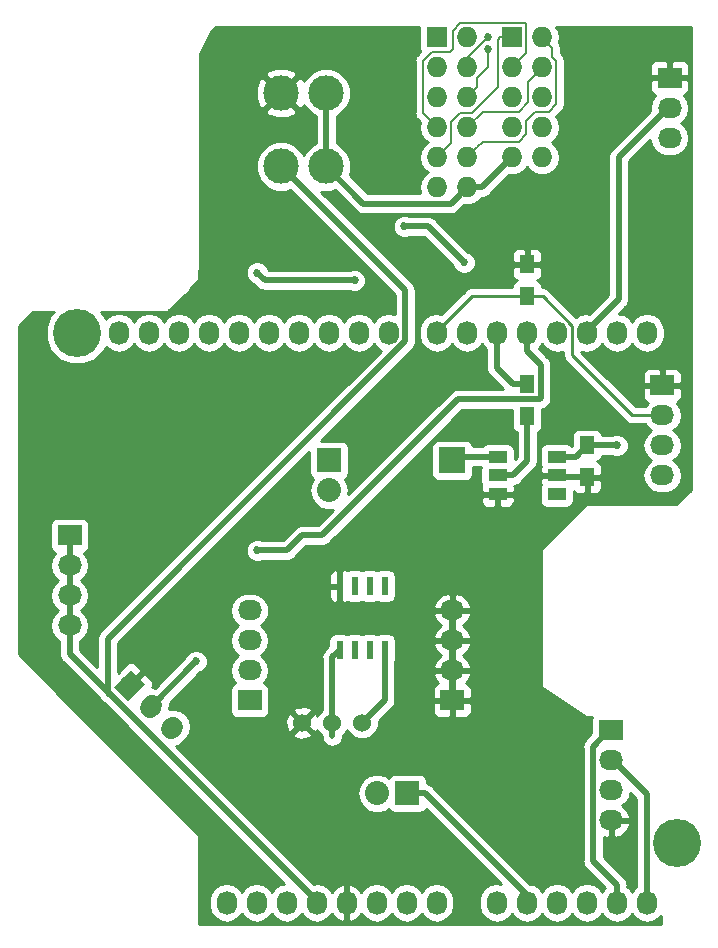
<source format=gtl>
G04 #@! TF.GenerationSoftware,KiCad,Pcbnew,5.0.0-rc2*
G04 #@! TF.CreationDate,2018-12-02T13:55:14-05:00*
G04 #@! TF.ProjectId,uno,756E6F2E6B696361645F706362000000,v1.0*
G04 #@! TF.SameCoordinates,Original*
G04 #@! TF.FileFunction,Copper,L1,Top,Signal*
G04 #@! TF.FilePolarity,Positive*
%FSLAX46Y46*%
G04 Gerber Fmt 4.6, Leading zero omitted, Abs format (unit mm)*
G04 Created by KiCad (PCBNEW 5.0.0-rc2) date Sun Dec  2 13:55:14 2018*
%MOMM*%
%LPD*%
G01*
G04 APERTURE LIST*
G04 #@! TA.AperFunction,ComponentPad*
%ADD10O,2.032000X1.727200*%
G04 #@! TD*
G04 #@! TA.AperFunction,ComponentPad*
%ADD11R,2.032000X1.727200*%
G04 #@! TD*
G04 #@! TA.AperFunction,ComponentPad*
%ADD12O,1.727200X2.032000*%
G04 #@! TD*
G04 #@! TA.AperFunction,ComponentPad*
%ADD13C,1.727200*%
G04 #@! TD*
G04 #@! TA.AperFunction,ComponentPad*
%ADD14C,4.064000*%
G04 #@! TD*
G04 #@! TA.AperFunction,SMDPad,CuDef*
%ADD15R,1.600000X1.000000*%
G04 #@! TD*
G04 #@! TA.AperFunction,ComponentPad*
%ADD16R,1.727200X1.727200*%
G04 #@! TD*
G04 #@! TA.AperFunction,ComponentPad*
%ADD17O,1.727200X1.727200*%
G04 #@! TD*
G04 #@! TA.AperFunction,ComponentPad*
%ADD18C,2.999740*%
G04 #@! TD*
G04 #@! TA.AperFunction,ComponentPad*
%ADD19R,2.235200X2.235200*%
G04 #@! TD*
G04 #@! TA.AperFunction,Conductor*
%ADD20C,1.727200*%
G04 #@! TD*
G04 #@! TA.AperFunction,Conductor*
%ADD21C,0.100000*%
G04 #@! TD*
G04 #@! TA.AperFunction,ComponentPad*
%ADD22C,1.524000*%
G04 #@! TD*
G04 #@! TA.AperFunction,SMDPad,CuDef*
%ADD23R,0.600000X1.550000*%
G04 #@! TD*
G04 #@! TA.AperFunction,SMDPad,CuDef*
%ADD24R,1.300000X1.500000*%
G04 #@! TD*
G04 #@! TA.AperFunction,ComponentPad*
%ADD25O,2.032000X2.032000*%
G04 #@! TD*
G04 #@! TA.AperFunction,ComponentPad*
%ADD26R,2.032000X2.032000*%
G04 #@! TD*
G04 #@! TA.AperFunction,ViaPad*
%ADD27C,0.685800*%
G04 #@! TD*
G04 #@! TA.AperFunction,Conductor*
%ADD28C,0.508000*%
G04 #@! TD*
G04 #@! TA.AperFunction,Conductor*
%ADD29C,0.152400*%
G04 #@! TD*
G04 #@! TA.AperFunction,Conductor*
%ADD30C,0.254000*%
G04 #@! TD*
G04 APERTURE END LIST*
D10*
G04 #@! TO.P,P1,4*
G04 #@! TO.N,+5V*
X67310000Y-83820000D03*
G04 #@! TO.P,P1,3*
X67310000Y-86360000D03*
G04 #@! TO.P,P1,2*
X67310000Y-88900000D03*
D11*
G04 #@! TO.P,P1,1*
X67310000Y-91440000D03*
G04 #@! TD*
D12*
G04 #@! TO.P,U5,NC*
G04 #@! TO.N,Net-(U5-PadNC)*
X48209200Y-108585000D03*
G04 #@! TO.P,U5,IO*
G04 #@! TO.N,IOREF*
X50749200Y-108585000D03*
G04 #@! TO.P,U5,RST*
G04 #@! TO.N,RESET*
X53289200Y-108585000D03*
G04 #@! TO.P,U5,3V3*
G04 #@! TO.N,+3V3*
X55829200Y-108585000D03*
G04 #@! TO.P,U5,5V*
G04 #@! TO.N,+5V*
X58369200Y-108585000D03*
G04 #@! TO.P,U5,GND1*
G04 #@! TO.N,GND*
X60909200Y-108585000D03*
G04 #@! TO.P,U5,GND2*
X63449200Y-108585000D03*
G04 #@! TO.P,U5,VIN*
G04 #@! TO.N,VIN*
X65989200Y-108585000D03*
G04 #@! TO.P,U5,A0*
G04 #@! TO.N,/A0*
X71094600Y-108585000D03*
G04 #@! TO.P,U5,A1*
G04 #@! TO.N,/A1*
X73634600Y-108585000D03*
G04 #@! TO.P,U5,A2*
G04 #@! TO.N,/A2*
X76174600Y-108585000D03*
G04 #@! TO.P,U5,A5*
G04 #@! TO.N,/A5*
X83794600Y-108585000D03*
G04 #@! TO.P,U5,A4*
G04 #@! TO.N,/A4*
X81254600Y-108585000D03*
G04 #@! TO.P,U5,A3*
G04 #@! TO.N,/A3*
X78714600Y-108585000D03*
G04 #@! TO.P,U5,D1*
G04 #@! TO.N,/D1*
X81254600Y-60325000D03*
G04 #@! TO.P,U5,D0*
G04 #@! TO.N,/D0*
X83794600Y-60325000D03*
G04 #@! TO.P,U5,D5*
G04 #@! TO.N,/D5*
X71094600Y-60325000D03*
G04 #@! TO.P,U5,D4*
G04 #@! TO.N,/D4*
X73634600Y-60325000D03*
G04 #@! TO.P,U5,D6*
G04 #@! TO.N,/D6*
X68554600Y-60325000D03*
G04 #@! TO.P,U5,D7*
G04 #@! TO.N,/D7*
X66014600Y-60325000D03*
G04 #@! TO.P,U5,D3*
G04 #@! TO.N,/D3*
X76174600Y-60325000D03*
G04 #@! TO.P,U5,D2*
G04 #@! TO.N,/D2*
X78714600Y-60325000D03*
G04 #@! TO.P,U5,D13*
G04 #@! TO.N,/D13*
X49250600Y-60325000D03*
G04 #@! TO.P,U5,D12*
G04 #@! TO.N,/D12*
X51790600Y-60325000D03*
G04 #@! TO.P,U5,D11*
G04 #@! TO.N,/D11*
X54330600Y-60325000D03*
G04 #@! TO.P,U5,D8*
G04 #@! TO.N,/D8*
X61950600Y-60325000D03*
G04 #@! TO.P,U5,D9*
G04 #@! TO.N,/D9*
X59410600Y-60325000D03*
G04 #@! TO.P,U5,D10*
G04 #@! TO.N,/CS*
X56870600Y-60325000D03*
G04 #@! TO.P,U5,AREF*
G04 #@! TO.N,/AREF*
X44170600Y-60325000D03*
G04 #@! TO.P,U5,GND3*
G04 #@! TO.N,GND*
X46710600Y-60325000D03*
G04 #@! TO.P,U5,SCL*
G04 #@! TO.N,/A5*
X39090600Y-60325000D03*
G04 #@! TO.P,U5,SDA*
G04 #@! TO.N,/A4*
X41630600Y-60325000D03*
D13*
G04 #@! TO.P,U5,H1*
G04 #@! TO.N,N/C*
X35509200Y-60375800D03*
G04 #@! TD*
D14*
G04 #@! TO.P,U2,1*
G04 #@! TO.N,Net-(U2-Pad1)*
X86360000Y-103505000D03*
G04 #@! TD*
G04 #@! TO.P,U3,1*
G04 #@! TO.N,Net-(U3-Pad1)*
X35560000Y-60325000D03*
G04 #@! TD*
D15*
G04 #@! TO.P,LED1,4*
G04 #@! TO.N,N/C*
X76160000Y-73990000D03*
G04 #@! TO.P,LED1,5*
G04 #@! TO.N,+5V*
X76160000Y-72390000D03*
G04 #@! TO.P,LED1,6*
G04 #@! TO.N,GND*
X76160000Y-70790000D03*
G04 #@! TO.P,LED1,3*
G04 #@! TO.N,+5V*
X71160000Y-73990000D03*
G04 #@! TO.P,LED1,2*
G04 #@! TO.N,Net-(LED1-Pad2)*
X71160000Y-72390000D03*
G04 #@! TO.P,LED1,1*
G04 #@! TO.N,/UNUSED*
X71160000Y-70790000D03*
G04 #@! TD*
D16*
G04 #@! TO.P,P2,1*
G04 #@! TO.N,/CLKOUT*
X72390000Y-35306000D03*
D17*
G04 #@! TO.P,P2,2*
G04 #@! TO.N,/INT*
X74930000Y-35306000D03*
G04 #@! TO.P,P2,3*
G04 #@! TO.N,/WOL*
X72390000Y-37846000D03*
G04 #@! TO.P,P2,4*
G04 #@! TO.N,/D12*
X74930000Y-37846000D03*
G04 #@! TO.P,P2,5*
G04 #@! TO.N,/D11*
X72390000Y-40386000D03*
G04 #@! TO.P,P2,6*
G04 #@! TO.N,/D13*
X74930000Y-40386000D03*
G04 #@! TO.P,P2,7*
G04 #@! TO.N,/CS*
X72390000Y-42926000D03*
G04 #@! TO.P,P2,8*
G04 #@! TO.N,/RST*
X74930000Y-42926000D03*
G04 #@! TO.P,P2,9*
G04 #@! TO.N,/VCC_Branch*
X72390000Y-45466000D03*
G04 #@! TO.P,P2,10*
G04 #@! TO.N,GND*
X74930000Y-45466000D03*
G04 #@! TD*
D18*
G04 #@! TO.P,P3,1*
G04 #@! TO.N,+3V3*
X52832000Y-46228000D03*
G04 #@! TO.P,P3,2*
G04 #@! TO.N,/VCC_Branch*
X56642000Y-46228000D03*
G04 #@! TD*
G04 #@! TO.P,P4,2*
G04 #@! TO.N,/VCC_Branch*
X56642000Y-40006500D03*
G04 #@! TO.P,P4,1*
G04 #@! TO.N,+5V*
X52832000Y-40006500D03*
G04 #@! TD*
D11*
G04 #@! TO.P,P5,1*
G04 #@! TO.N,GND*
X50165000Y-91440000D03*
D10*
G04 #@! TO.P,P5,2*
X50165000Y-88900000D03*
G04 #@! TO.P,P5,3*
X50165000Y-86360000D03*
G04 #@! TO.P,P5,4*
X50165000Y-83820000D03*
G04 #@! TD*
D19*
G04 #@! TO.P,P6,1*
G04 #@! TO.N,/UNUSED*
X67310000Y-71120000D03*
G04 #@! TD*
D16*
G04 #@! TO.P,P7,1*
G04 #@! TO.N,GND*
X66040000Y-35306000D03*
D17*
G04 #@! TO.P,P7,2*
G04 #@! TO.N,/Q3*
X68580000Y-35306000D03*
G04 #@! TO.P,P7,3*
G04 #@! TO.N,/CS*
X66040000Y-37846000D03*
G04 #@! TO.P,P7,4*
G04 #@! TO.N,/RST*
X68580000Y-37846000D03*
G04 #@! TO.P,P7,5*
G04 #@! TO.N,/D11*
X66040000Y-40386000D03*
G04 #@! TO.P,P7,6*
G04 #@! TO.N,/D13*
X68580000Y-40386000D03*
G04 #@! TO.P,P7,7*
G04 #@! TO.N,/WOL*
X66040000Y-42926000D03*
G04 #@! TO.P,P7,8*
G04 #@! TO.N,/D12*
X68580000Y-42926000D03*
G04 #@! TO.P,P7,9*
G04 #@! TO.N,/CLKOUT*
X66040000Y-45466000D03*
G04 #@! TO.P,P7,10*
G04 #@! TO.N,/INT*
X68580000Y-45466000D03*
G04 #@! TO.P,P7,11*
G04 #@! TO.N,GND*
X66040000Y-48006000D03*
G04 #@! TO.P,P7,12*
G04 #@! TO.N,/VCC_Branch*
X68580000Y-48006000D03*
G04 #@! TD*
D13*
G04 #@! TO.P,P8,3*
G04 #@! TO.N,GND*
X43597102Y-93762102D03*
D20*
G04 #@! TD*
G04 #@! TO.N,GND*
G04 #@! TO.C,P8*
X43489339Y-93869865D02*
X43704865Y-93654339D01*
D13*
G04 #@! TO.P,P8,2*
G04 #@! TO.N,/D4*
X41801051Y-91966051D03*
D20*
G04 #@! TD*
G04 #@! TO.N,/D4*
G04 #@! TO.C,P8*
X41693288Y-92073814D02*
X41908814Y-91858288D01*
D13*
G04 #@! TO.P,P8,1*
G04 #@! TO.N,+5V*
X40005000Y-90170000D03*
D21*
G04 #@! TD*
G04 #@! TO.N,+5V*
G04 #@! TO.C,P8*
G36*
X39897237Y-91499078D02*
X38675922Y-90277763D01*
X40112763Y-88840922D01*
X41334078Y-90062237D01*
X39897237Y-91499078D01*
X39897237Y-91499078D01*
G37*
D11*
G04 #@! TO.P,P9,1*
G04 #@! TO.N,+5V*
X85725000Y-38735000D03*
D10*
G04 #@! TO.P,P9,2*
G04 #@! TO.N,/D2*
X85725000Y-41275000D03*
G04 #@! TO.P,P9,3*
G04 #@! TO.N,GND*
X85725000Y-43815000D03*
G04 #@! TD*
D22*
G04 #@! TO.P,P10,2*
G04 #@! TO.N,/A0*
X57150000Y-93345000D03*
G04 #@! TO.P,P10,3*
G04 #@! TO.N,GND*
X59690000Y-93345000D03*
G04 #@! TO.P,P10,1*
G04 #@! TO.N,+5V*
X54610000Y-93345000D03*
G04 #@! TD*
D23*
G04 #@! TO.P,U6,1*
G04 #@! TO.N,/A0*
X57785000Y-87155000D03*
G04 #@! TO.P,U6,2*
G04 #@! TO.N,Net-(U6-Pad2)*
X59055000Y-87155000D03*
G04 #@! TO.P,U6,3*
G04 #@! TO.N,Net-(U6-Pad3)*
X60325000Y-87155000D03*
G04 #@! TO.P,U6,4*
G04 #@! TO.N,GND*
X61595000Y-87155000D03*
G04 #@! TO.P,U6,5*
G04 #@! TO.N,Net-(U6-Pad5)*
X61595000Y-81755000D03*
G04 #@! TO.P,U6,6*
G04 #@! TO.N,Net-(U6-Pad6)*
X60325000Y-81755000D03*
G04 #@! TO.P,U6,7*
G04 #@! TO.N,Net-(U6-Pad7)*
X59055000Y-81755000D03*
G04 #@! TO.P,U6,8*
G04 #@! TO.N,+5V*
X57785000Y-81755000D03*
G04 #@! TD*
D24*
G04 #@! TO.P,C1,2*
G04 #@! TO.N,GND*
X78740000Y-69850000D03*
G04 #@! TO.P,C1,1*
G04 #@! TO.N,+5V*
X78740000Y-72550000D03*
G04 #@! TD*
G04 #@! TO.P,R1,1*
G04 #@! TO.N,/D5*
X73660000Y-64690000D03*
G04 #@! TO.P,R1,2*
G04 #@! TO.N,Net-(LED1-Pad2)*
X73660000Y-67390000D03*
G04 #@! TD*
D25*
G04 #@! TO.P,P11,2*
G04 #@! TO.N,GND*
X60960000Y-99314000D03*
D26*
G04 #@! TO.P,P11,1*
G04 #@! TO.N,/A1*
X63500000Y-99314000D03*
G04 #@! TD*
G04 #@! TO.P,P12,1*
G04 #@! TO.N,/D3*
X56896000Y-71120000D03*
D25*
G04 #@! TO.P,P12,2*
G04 #@! TO.N,GND*
X56896000Y-73660000D03*
G04 #@! TD*
D11*
G04 #@! TO.P,P13,1*
G04 #@! TO.N,/A4*
X80772000Y-93980000D03*
D10*
G04 #@! TO.P,P13,2*
G04 #@! TO.N,/A5*
X80772000Y-96520000D03*
G04 #@! TO.P,P13,3*
G04 #@! TO.N,GND*
X80772000Y-99060000D03*
G04 #@! TO.P,P13,4*
G04 #@! TO.N,+5V*
X80772000Y-101600000D03*
G04 #@! TD*
D11*
G04 #@! TO.P,P14,1*
G04 #@! TO.N,+5V*
X85090000Y-64770000D03*
D10*
G04 #@! TO.P,P14,2*
G04 #@! TO.N,/D7*
X85090000Y-67310000D03*
G04 #@! TO.P,P14,3*
G04 #@! TO.N,Net-(P14-Pad3)*
X85090000Y-69850000D03*
G04 #@! TO.P,P14,4*
G04 #@! TO.N,GND*
X85090000Y-72390000D03*
G04 #@! TD*
D24*
G04 #@! TO.P,R2,1*
G04 #@! TO.N,+5V*
X73660000Y-54530000D03*
G04 #@! TO.P,R2,2*
G04 #@! TO.N,/D7*
X73660000Y-57230000D03*
G04 #@! TD*
D11*
G04 #@! TO.P,P15,1*
G04 #@! TO.N,+3V3*
X34925000Y-77470000D03*
D10*
G04 #@! TO.P,P15,2*
X34925000Y-80010000D03*
G04 #@! TO.P,P15,3*
X34925000Y-82550000D03*
G04 #@! TO.P,P15,4*
X34925000Y-85090000D03*
G04 #@! TD*
D27*
G04 #@! TO.N,GND*
X81280000Y-69850000D03*
X63246000Y-51308000D03*
X68326000Y-54356000D03*
X59055000Y-55880000D03*
X50800000Y-55245000D03*
G04 #@! TO.N,/RST*
X70358000Y-35306000D03*
G04 #@! TO.N,/D13*
X70358000Y-36322000D03*
G04 #@! TO.N,/D4*
X45629102Y-88138000D03*
X50800000Y-78740000D03*
G04 #@! TD*
D28*
G04 #@! TO.N,GND*
X61595000Y-91440000D02*
X61595000Y-87155000D01*
X59690000Y-93345000D02*
X61595000Y-91440000D01*
X77800000Y-70790000D02*
X78740000Y-69850000D01*
X76160000Y-70790000D02*
X77800000Y-70790000D01*
X78740000Y-69850000D02*
X81280000Y-69850000D01*
X81280000Y-69850000D02*
X81280000Y-69850000D01*
X63246000Y-51308000D02*
X65278000Y-51308000D01*
X65278000Y-51308000D02*
X68326000Y-54356000D01*
X68326000Y-54356000D02*
X68326000Y-54356000D01*
X51435000Y-55880000D02*
X50800000Y-55245000D01*
X59055000Y-55880000D02*
X51435000Y-55880000D01*
G04 #@! TO.N,/A4*
X79247990Y-95351610D02*
X80619600Y-93980000D01*
X79247990Y-105054390D02*
X79247990Y-95351610D01*
X80619600Y-93980000D02*
X80772000Y-93980000D01*
X81254600Y-107061000D02*
X79247990Y-105054390D01*
X81254600Y-108585000D02*
X81254600Y-107061000D01*
G04 #@! TO.N,/A5*
X80924400Y-96520000D02*
X80772000Y-96520000D01*
X83794600Y-99390200D02*
X80924400Y-96520000D01*
X83794600Y-108585000D02*
X83794600Y-99390200D01*
G04 #@! TO.N,+5V*
X76320000Y-72550000D02*
X76160000Y-72390000D01*
X78740000Y-72550000D02*
X76320000Y-72550000D01*
X67310000Y-91440000D02*
X67310000Y-83820000D01*
G04 #@! TO.N,/D5*
X71094600Y-61849000D02*
X71094600Y-60325000D01*
X71094600Y-63282600D02*
X71094600Y-61849000D01*
X72502000Y-64690000D02*
X71094600Y-63282600D01*
X73660000Y-64690000D02*
X72502000Y-64690000D01*
G04 #@! TO.N,/UNUSED*
X67640000Y-70790000D02*
X67310000Y-71120000D01*
X71160000Y-70790000D02*
X67640000Y-70790000D01*
G04 #@! TO.N,/VCC_Branch*
X56642000Y-40006500D02*
X56642000Y-46228000D01*
X67716401Y-48869599D02*
X68580000Y-48006000D01*
X67208399Y-49377601D02*
X67716401Y-48869599D01*
X59791601Y-49377601D02*
X67208399Y-49377601D01*
X56642000Y-46228000D02*
X59791601Y-49377601D01*
X69850000Y-48006000D02*
X72390000Y-45466000D01*
X68580000Y-48006000D02*
X69850000Y-48006000D01*
D29*
G04 #@! TO.N,/RST*
X68580000Y-37084000D02*
X68580000Y-37846000D01*
X70358000Y-35306000D02*
X68580000Y-37084000D01*
D28*
G04 #@! TO.N,/CS*
X56870600Y-60325000D02*
X56870600Y-60172600D01*
D29*
G04 #@! TO.N,/D13*
X69443599Y-38749227D02*
X70358000Y-37834826D01*
X69443599Y-39522401D02*
X69443599Y-38749227D01*
X68580000Y-40386000D02*
X69443599Y-39522401D01*
X70358000Y-37834826D02*
X70358000Y-36322000D01*
X70358000Y-36322000D02*
X70358000Y-36322000D01*
G04 #@! TO.N,/D12*
X74066401Y-38709599D02*
X74930000Y-37846000D01*
X73736199Y-40806627D02*
X73736199Y-39039801D01*
X72963025Y-41579801D02*
X73736199Y-40806627D01*
X73736199Y-39039801D02*
X74066401Y-38709599D01*
X69926199Y-41579801D02*
X72963025Y-41579801D01*
X68580000Y-42926000D02*
X69926199Y-41579801D01*
G04 #@! TO.N,/WOL*
X73253599Y-36982401D02*
X72390000Y-37846000D01*
X73583801Y-36652199D02*
X73253599Y-36982401D01*
X68006975Y-34112199D02*
X73517761Y-34112199D01*
X67386199Y-34732975D02*
X68006975Y-34112199D01*
X67386199Y-36281363D02*
X67386199Y-34732975D01*
X67167761Y-36499801D02*
X67386199Y-36281363D01*
X73583801Y-34178239D02*
X73583801Y-36652199D01*
X65619373Y-36499801D02*
X67167761Y-36499801D01*
X73517761Y-34112199D02*
X73583801Y-34178239D01*
X64846199Y-37272975D02*
X65619373Y-36499801D01*
X64846199Y-41732199D02*
X64846199Y-37272975D01*
X66040000Y-42926000D02*
X64846199Y-41732199D01*
G04 #@! TO.N,/INT*
X69443599Y-44602401D02*
X68580000Y-45466000D01*
X69926199Y-44119801D02*
X69443599Y-44602401D01*
X73583801Y-42352975D02*
X73583801Y-43499025D01*
X74356975Y-41579801D02*
X73583801Y-42352975D01*
X75503025Y-41579801D02*
X74356975Y-41579801D01*
X72963025Y-44119801D02*
X69926199Y-44119801D01*
X76123801Y-40959025D02*
X75503025Y-41579801D01*
X76123801Y-37272975D02*
X76123801Y-40959025D01*
X73583801Y-43499025D02*
X72963025Y-44119801D01*
X75793599Y-36942773D02*
X76123801Y-37272975D01*
X75793599Y-36169599D02*
X75793599Y-36942773D01*
X74930000Y-35306000D02*
X75793599Y-36169599D01*
G04 #@! TO.N,/CLKOUT*
X66903599Y-44602401D02*
X66040000Y-45466000D01*
X67233801Y-44272199D02*
X66903599Y-44602401D01*
X67233801Y-42505373D02*
X67233801Y-44272199D01*
X68006975Y-41732199D02*
X67233801Y-42505373D01*
X69000627Y-41732199D02*
X68006975Y-41732199D01*
X71196199Y-39536627D02*
X69000627Y-41732199D01*
X71374000Y-35306000D02*
X71196199Y-35483801D01*
X71196199Y-35483801D02*
X71196199Y-39536627D01*
X72390000Y-35306000D02*
X71374000Y-35306000D01*
D28*
G04 #@! TO.N,+3V3*
X54331869Y-47727869D02*
X52832000Y-46228000D01*
X63322210Y-56718210D02*
X54331869Y-47727869D01*
X63322210Y-61045539D02*
X63322210Y-56718210D01*
X38167912Y-86199837D02*
X63322210Y-61045539D01*
X38167912Y-90771312D02*
X38167912Y-86199837D01*
X55829200Y-108585000D02*
X55829200Y-108432600D01*
X34925000Y-77470000D02*
X34925000Y-87528400D01*
X34925000Y-87528400D02*
X38735000Y-91338400D01*
X38735000Y-91338400D02*
X38167912Y-90771312D01*
X55829200Y-108432600D02*
X38735000Y-91338400D01*
X34925000Y-87528400D02*
X34925000Y-85090000D01*
X34925000Y-85090000D02*
X34925000Y-77470000D01*
X34925000Y-80010000D02*
X34925000Y-82550000D01*
X34925000Y-82550000D02*
X34925000Y-85090000D01*
G04 #@! TO.N,/D4*
X73634600Y-60325000D02*
X73634600Y-60172600D01*
X74818001Y-65846401D02*
X74818001Y-63032401D01*
X74716401Y-65948001D02*
X74818001Y-65846401D01*
X73634600Y-61849000D02*
X73634600Y-60325000D01*
X67819101Y-65948001D02*
X74716401Y-65948001D01*
X74818001Y-63032401D02*
X73634600Y-61849000D01*
X41801051Y-91966051D02*
X45629102Y-88138000D01*
X50800000Y-78740000D02*
X53340000Y-78740000D01*
X53340000Y-78740000D02*
X54610000Y-77470000D01*
X54610000Y-77470000D02*
X56297102Y-77470000D01*
X56297102Y-77470000D02*
X67819101Y-65948001D01*
X50800000Y-78740000D02*
X50800000Y-78740000D01*
G04 #@! TO.N,/D3*
X76174600Y-60325000D02*
X76174600Y-60172600D01*
X76174600Y-60325000D02*
X76174600Y-60477400D01*
G04 #@! TO.N,/A0*
X57124600Y-93370400D02*
X57150000Y-93345000D01*
X57150000Y-87790000D02*
X57785000Y-87155000D01*
X57150000Y-93345000D02*
X57150000Y-87790000D01*
X57150000Y-94422630D02*
X57150000Y-93345000D01*
X57150000Y-94488000D02*
X57150000Y-94422630D01*
X71094600Y-108585000D02*
X71094600Y-108432600D01*
G04 #@! TO.N,/A1*
X65024000Y-99314000D02*
X63500000Y-99314000D01*
X73634600Y-107924600D02*
X65024000Y-99314000D01*
X73634600Y-108585000D02*
X73634600Y-107924600D01*
D30*
G04 #@! TO.N,/D7*
X77469990Y-59707846D02*
X77469990Y-62229990D01*
X74992144Y-57230000D02*
X77469990Y-59707846D01*
X73660000Y-57230000D02*
X74992144Y-57230000D01*
X82550000Y-67310000D02*
X85090000Y-67310000D01*
X77469990Y-62229990D02*
X82550000Y-67310000D01*
X68957200Y-57230000D02*
X66014600Y-60172600D01*
X66014600Y-60172600D02*
X66014600Y-60325000D01*
X73660000Y-57230000D02*
X68957200Y-57230000D01*
D28*
G04 #@! TO.N,/D2*
X78714600Y-60172600D02*
X78714600Y-60325000D01*
X81407010Y-57480190D02*
X78714600Y-60172600D01*
X81407010Y-45440590D02*
X81407010Y-57480190D01*
X85572600Y-41275000D02*
X81407010Y-45440590D01*
X85725000Y-41275000D02*
X85572600Y-41275000D01*
G04 #@! TO.N,Net-(LED1-Pad2)*
X71160000Y-72390000D02*
X72468001Y-72389999D01*
X73660000Y-71198000D02*
X73660000Y-67390000D01*
X72468001Y-72389999D02*
X73660000Y-71198000D01*
G04 #@! TD*
D30*
G04 #@! TO.N,+5V*
G36*
X87503000Y-73607394D02*
X86307394Y-74803000D01*
X78740000Y-74803000D01*
X78691399Y-74812667D01*
X78650197Y-74840197D01*
X74840197Y-78650197D01*
X74812667Y-78691399D01*
X74803000Y-78740000D01*
X74803000Y-90170000D01*
X74812667Y-90218601D01*
X74840197Y-90259803D01*
X74859553Y-90275670D01*
X78669553Y-92815670D01*
X78740000Y-92837000D01*
X79178981Y-92837000D01*
X79157843Y-92868635D01*
X79108560Y-93116400D01*
X79108560Y-94233805D01*
X78681284Y-94661081D01*
X78607058Y-94710677D01*
X78557462Y-94784903D01*
X78557461Y-94784904D01*
X78410572Y-95004740D01*
X78341574Y-95351610D01*
X78358991Y-95439169D01*
X78358990Y-104966835D01*
X78341574Y-105054390D01*
X78358990Y-105141945D01*
X78410571Y-105401259D01*
X78607057Y-105695322D01*
X78681283Y-105744918D01*
X80242727Y-107306363D01*
X80174170Y-107352171D01*
X79984600Y-107635882D01*
X79795029Y-107352170D01*
X79299324Y-107020950D01*
X78714600Y-106904641D01*
X78129875Y-107020951D01*
X77634170Y-107352171D01*
X77444600Y-107635882D01*
X77255029Y-107352170D01*
X76759324Y-107020950D01*
X76174600Y-106904641D01*
X75589875Y-107020951D01*
X75094170Y-107352171D01*
X74904600Y-107635882D01*
X74715029Y-107352170D01*
X74219324Y-107020950D01*
X73930794Y-106963558D01*
X65714531Y-98747296D01*
X65664933Y-98673067D01*
X65370870Y-98476581D01*
X65163440Y-98435320D01*
X65163440Y-98298000D01*
X65114157Y-98050235D01*
X64973809Y-97840191D01*
X64763765Y-97699843D01*
X64516000Y-97650560D01*
X62484000Y-97650560D01*
X62236235Y-97699843D01*
X62026191Y-97840191D01*
X61933537Y-97978856D01*
X61604188Y-97758792D01*
X61122609Y-97663000D01*
X60797391Y-97663000D01*
X60315812Y-97758792D01*
X59769695Y-98123695D01*
X59404792Y-98669812D01*
X59276655Y-99314000D01*
X59404792Y-99958188D01*
X59769695Y-100504305D01*
X60315812Y-100869208D01*
X60797391Y-100965000D01*
X61122609Y-100965000D01*
X61604188Y-100869208D01*
X61933537Y-100649144D01*
X62026191Y-100787809D01*
X62236235Y-100928157D01*
X62484000Y-100977440D01*
X64516000Y-100977440D01*
X64763765Y-100928157D01*
X64973809Y-100787809D01*
X65080661Y-100627896D01*
X71422661Y-106969896D01*
X71094600Y-106904641D01*
X70509875Y-107020951D01*
X70014170Y-107352171D01*
X69682950Y-107847876D01*
X69596000Y-108285003D01*
X69596001Y-108884998D01*
X69682951Y-109322125D01*
X70014171Y-109817830D01*
X70509876Y-110149050D01*
X71094600Y-110265359D01*
X71679325Y-110149049D01*
X72175030Y-109817829D01*
X72364600Y-109534118D01*
X72554171Y-109817830D01*
X73049876Y-110149050D01*
X73634600Y-110265359D01*
X74219325Y-110149049D01*
X74715030Y-109817829D01*
X74904600Y-109534118D01*
X75094171Y-109817830D01*
X75589876Y-110149050D01*
X76174600Y-110265359D01*
X76759325Y-110149049D01*
X77255030Y-109817829D01*
X77444600Y-109534118D01*
X77634171Y-109817830D01*
X78129876Y-110149050D01*
X78714600Y-110265359D01*
X79299325Y-110149049D01*
X79795030Y-109817829D01*
X79984600Y-109534118D01*
X80174171Y-109817830D01*
X80669876Y-110149050D01*
X81254600Y-110265359D01*
X81839325Y-110149049D01*
X82335030Y-109817829D01*
X82524600Y-109534118D01*
X82714171Y-109817830D01*
X83209876Y-110149050D01*
X83794600Y-110265359D01*
X84379325Y-110149049D01*
X84875030Y-109817829D01*
X84963000Y-109686173D01*
X84963000Y-110363000D01*
X45847000Y-110363000D01*
X45847000Y-102870000D01*
X45837333Y-102821399D01*
X45809803Y-102780197D01*
X34259957Y-91230351D01*
X30607000Y-87480627D01*
X30607000Y-59742606D01*
X31802606Y-58547000D01*
X33566292Y-58547000D01*
X33299026Y-58814266D01*
X32893000Y-59794501D01*
X32893000Y-60855499D01*
X33299026Y-61835734D01*
X34049266Y-62585974D01*
X35029501Y-62992000D01*
X36090499Y-62992000D01*
X37070734Y-62585974D01*
X37820974Y-61835734D01*
X37964437Y-61489384D01*
X38010171Y-61557830D01*
X38505876Y-61889050D01*
X39090600Y-62005359D01*
X39675325Y-61889049D01*
X40171030Y-61557829D01*
X40360600Y-61274118D01*
X40550171Y-61557830D01*
X41045876Y-61889050D01*
X41630600Y-62005359D01*
X42215325Y-61889049D01*
X42711030Y-61557829D01*
X42900600Y-61274118D01*
X43090171Y-61557830D01*
X43585876Y-61889050D01*
X44170600Y-62005359D01*
X44755325Y-61889049D01*
X45251030Y-61557829D01*
X45440600Y-61274118D01*
X45630171Y-61557830D01*
X46125876Y-61889050D01*
X46710600Y-62005359D01*
X47295325Y-61889049D01*
X47791030Y-61557829D01*
X47980600Y-61274118D01*
X48170171Y-61557830D01*
X48665876Y-61889050D01*
X49250600Y-62005359D01*
X49835325Y-61889049D01*
X50331030Y-61557829D01*
X50520600Y-61274118D01*
X50710171Y-61557830D01*
X51205876Y-61889050D01*
X51790600Y-62005359D01*
X52375325Y-61889049D01*
X52871030Y-61557829D01*
X53060600Y-61274118D01*
X53250171Y-61557830D01*
X53745876Y-61889050D01*
X54330600Y-62005359D01*
X54915325Y-61889049D01*
X55411030Y-61557829D01*
X55600600Y-61274118D01*
X55790171Y-61557830D01*
X56285876Y-61889050D01*
X56870600Y-62005359D01*
X57455325Y-61889049D01*
X57951030Y-61557829D01*
X58140600Y-61274118D01*
X58330171Y-61557830D01*
X58825876Y-61889050D01*
X59410600Y-62005359D01*
X59995325Y-61889049D01*
X60491030Y-61557829D01*
X60680600Y-61274118D01*
X60870171Y-61557830D01*
X61279307Y-61831206D01*
X37601206Y-85509308D01*
X37526980Y-85558904D01*
X37477384Y-85633130D01*
X37477383Y-85633131D01*
X37330494Y-85852967D01*
X37261496Y-86199837D01*
X37278913Y-86287396D01*
X37278912Y-88625077D01*
X35814000Y-87160165D01*
X35814000Y-86400170D01*
X36157830Y-86170430D01*
X36489050Y-85674725D01*
X36605359Y-85090000D01*
X36489050Y-84505275D01*
X36157830Y-84009570D01*
X35874119Y-83820000D01*
X36157830Y-83630430D01*
X36489050Y-83134725D01*
X36605359Y-82550000D01*
X36489050Y-81965275D01*
X36157830Y-81469570D01*
X35874119Y-81280000D01*
X36157830Y-81090430D01*
X36489050Y-80594725D01*
X36605359Y-80010000D01*
X36489050Y-79425275D01*
X36162749Y-78936932D01*
X36188765Y-78931757D01*
X36398809Y-78791409D01*
X36539157Y-78581365D01*
X36588440Y-78333600D01*
X36588440Y-76606400D01*
X36539157Y-76358635D01*
X36398809Y-76148591D01*
X36188765Y-76008243D01*
X35941000Y-75958960D01*
X33909000Y-75958960D01*
X33661235Y-76008243D01*
X33451191Y-76148591D01*
X33310843Y-76358635D01*
X33261560Y-76606400D01*
X33261560Y-78333600D01*
X33310843Y-78581365D01*
X33451191Y-78791409D01*
X33661235Y-78931757D01*
X33687251Y-78936932D01*
X33360950Y-79425275D01*
X33244641Y-80010000D01*
X33360950Y-80594725D01*
X33692170Y-81090430D01*
X33975881Y-81280000D01*
X33692170Y-81469570D01*
X33360950Y-81965275D01*
X33244641Y-82550000D01*
X33360950Y-83134725D01*
X33692170Y-83630430D01*
X33975881Y-83820000D01*
X33692170Y-84009570D01*
X33360950Y-84505275D01*
X33244641Y-85090000D01*
X33360950Y-85674725D01*
X33692170Y-86170430D01*
X34036000Y-86400171D01*
X34036000Y-87440845D01*
X34018584Y-87528400D01*
X34036000Y-87615955D01*
X34087581Y-87875269D01*
X34284067Y-88169332D01*
X34284068Y-88169333D01*
X34358294Y-88218929D01*
X37477384Y-91338020D01*
X37526979Y-91412244D01*
X37601203Y-91461838D01*
X37824634Y-91685270D01*
X38168293Y-92028929D01*
X38168296Y-92028931D01*
X53084686Y-106945322D01*
X52704475Y-107020951D01*
X52208770Y-107352171D01*
X52019200Y-107635882D01*
X51829629Y-107352170D01*
X51333924Y-107020950D01*
X50749200Y-106904641D01*
X50164475Y-107020951D01*
X49668770Y-107352171D01*
X49479200Y-107635882D01*
X49289629Y-107352170D01*
X48793924Y-107020950D01*
X48209200Y-106904641D01*
X47624475Y-107020951D01*
X47128770Y-107352171D01*
X46797550Y-107847876D01*
X46710600Y-108285003D01*
X46710601Y-108884998D01*
X46797551Y-109322125D01*
X47128771Y-109817830D01*
X47624476Y-110149050D01*
X48209200Y-110265359D01*
X48793925Y-110149049D01*
X49289630Y-109817829D01*
X49479200Y-109534118D01*
X49668771Y-109817830D01*
X50164476Y-110149050D01*
X50749200Y-110265359D01*
X51333925Y-110149049D01*
X51829630Y-109817829D01*
X52019200Y-109534118D01*
X52208771Y-109817830D01*
X52704476Y-110149050D01*
X53289200Y-110265359D01*
X53873925Y-110149049D01*
X54369630Y-109817829D01*
X54559200Y-109534118D01*
X54748771Y-109817830D01*
X55244476Y-110149050D01*
X55829200Y-110265359D01*
X56413925Y-110149049D01*
X56909630Y-109817829D01*
X57103109Y-109528267D01*
X57467164Y-109935732D01*
X57994409Y-110189709D01*
X58010174Y-110192358D01*
X58242200Y-110071217D01*
X58242200Y-108712000D01*
X58222200Y-108712000D01*
X58222200Y-108458000D01*
X58242200Y-108458000D01*
X58242200Y-107098783D01*
X58496200Y-107098783D01*
X58496200Y-108458000D01*
X58516200Y-108458000D01*
X58516200Y-108712000D01*
X58496200Y-108712000D01*
X58496200Y-110071217D01*
X58728226Y-110192358D01*
X58743991Y-110189709D01*
X59271236Y-109935732D01*
X59635291Y-109528267D01*
X59828771Y-109817830D01*
X60324476Y-110149050D01*
X60909200Y-110265359D01*
X61493925Y-110149049D01*
X61989630Y-109817829D01*
X62179200Y-109534118D01*
X62368771Y-109817830D01*
X62864476Y-110149050D01*
X63449200Y-110265359D01*
X64033925Y-110149049D01*
X64529630Y-109817829D01*
X64719200Y-109534118D01*
X64908771Y-109817830D01*
X65404476Y-110149050D01*
X65989200Y-110265359D01*
X66573925Y-110149049D01*
X67069630Y-109817829D01*
X67400850Y-109322124D01*
X67487800Y-108884997D01*
X67487799Y-108285002D01*
X67400849Y-107847875D01*
X67069629Y-107352170D01*
X66573924Y-107020950D01*
X65989200Y-106904641D01*
X65404475Y-107020951D01*
X64908770Y-107352171D01*
X64719200Y-107635882D01*
X64529629Y-107352170D01*
X64033924Y-107020950D01*
X63449200Y-106904641D01*
X62864475Y-107020951D01*
X62368770Y-107352171D01*
X62179200Y-107635882D01*
X61989629Y-107352170D01*
X61493924Y-107020950D01*
X60909200Y-106904641D01*
X60324475Y-107020951D01*
X59828770Y-107352171D01*
X59635291Y-107641733D01*
X59271236Y-107234268D01*
X58743991Y-106980291D01*
X58728226Y-106977642D01*
X58496200Y-107098783D01*
X58242200Y-107098783D01*
X58010174Y-106977642D01*
X57994409Y-106980291D01*
X57467164Y-107234268D01*
X57103109Y-107641733D01*
X56909629Y-107352170D01*
X56413924Y-107020950D01*
X55829200Y-106904641D01*
X55603393Y-106949557D01*
X43958364Y-95304529D01*
X44074063Y-95281515D01*
X44444641Y-95033902D01*
X44868902Y-94609641D01*
X45058951Y-94325213D01*
X53809392Y-94325213D01*
X53878857Y-94567397D01*
X54402302Y-94754144D01*
X54957368Y-94726362D01*
X55341143Y-94567397D01*
X55410608Y-94325213D01*
X54610000Y-93524605D01*
X53809392Y-94325213D01*
X45058951Y-94325213D01*
X45116515Y-94239063D01*
X45232823Y-93654339D01*
X45129979Y-93137302D01*
X53200856Y-93137302D01*
X53228638Y-93692368D01*
X53387603Y-94076143D01*
X53629787Y-94145608D01*
X54430395Y-93345000D01*
X54789605Y-93345000D01*
X55590213Y-94145608D01*
X55832397Y-94076143D01*
X55882535Y-93935607D01*
X55965680Y-94136337D01*
X56261000Y-94431657D01*
X56261000Y-94575555D01*
X56312581Y-94834869D01*
X56509067Y-95128932D01*
X56803130Y-95325418D01*
X57150000Y-95394416D01*
X57496869Y-95325419D01*
X57790932Y-95128933D01*
X57987418Y-94834870D01*
X58038999Y-94575556D01*
X58039000Y-94431657D01*
X58334320Y-94136337D01*
X58420000Y-93929487D01*
X58505680Y-94136337D01*
X58898663Y-94529320D01*
X59412119Y-94742000D01*
X59967881Y-94742000D01*
X60481337Y-94529320D01*
X60874320Y-94136337D01*
X61087000Y-93622881D01*
X61087000Y-93205235D01*
X62161709Y-92130527D01*
X62235932Y-92080933D01*
X62285526Y-92006710D01*
X62285529Y-92006707D01*
X62432418Y-91786871D01*
X62444575Y-91725750D01*
X65659000Y-91725750D01*
X65659000Y-92429910D01*
X65755673Y-92663299D01*
X65934302Y-92841927D01*
X66167691Y-92938600D01*
X67024250Y-92938600D01*
X67183000Y-92779850D01*
X67183000Y-91567000D01*
X67437000Y-91567000D01*
X67437000Y-92779850D01*
X67595750Y-92938600D01*
X68452309Y-92938600D01*
X68685698Y-92841927D01*
X68864327Y-92663299D01*
X68961000Y-92429910D01*
X68961000Y-91725750D01*
X68802250Y-91567000D01*
X67437000Y-91567000D01*
X67183000Y-91567000D01*
X65817750Y-91567000D01*
X65659000Y-91725750D01*
X62444575Y-91725750D01*
X62501416Y-91440000D01*
X62483999Y-91352441D01*
X62483999Y-90450090D01*
X65659000Y-90450090D01*
X65659000Y-91154250D01*
X65817750Y-91313000D01*
X67183000Y-91313000D01*
X67183000Y-89027000D01*
X67437000Y-89027000D01*
X67437000Y-91313000D01*
X68802250Y-91313000D01*
X68961000Y-91154250D01*
X68961000Y-90450090D01*
X68864327Y-90216701D01*
X68685698Y-90038073D01*
X68488139Y-89956241D01*
X68660732Y-89802036D01*
X68914709Y-89274791D01*
X68917358Y-89259026D01*
X68796217Y-89027000D01*
X67437000Y-89027000D01*
X67183000Y-89027000D01*
X65823783Y-89027000D01*
X65702642Y-89259026D01*
X65705291Y-89274791D01*
X65959268Y-89802036D01*
X66131861Y-89956241D01*
X65934302Y-90038073D01*
X65755673Y-90216701D01*
X65659000Y-90450090D01*
X62483999Y-90450090D01*
X62484000Y-88191470D01*
X62493157Y-88177765D01*
X62542440Y-87930000D01*
X62542440Y-86719026D01*
X65702642Y-86719026D01*
X65705291Y-86734791D01*
X65959268Y-87262036D01*
X66371108Y-87630000D01*
X65959268Y-87997964D01*
X65705291Y-88525209D01*
X65702642Y-88540974D01*
X65823783Y-88773000D01*
X67183000Y-88773000D01*
X67183000Y-86487000D01*
X67437000Y-86487000D01*
X67437000Y-88773000D01*
X68796217Y-88773000D01*
X68917358Y-88540974D01*
X68914709Y-88525209D01*
X68660732Y-87997964D01*
X68248892Y-87630000D01*
X68660732Y-87262036D01*
X68914709Y-86734791D01*
X68917358Y-86719026D01*
X68796217Y-86487000D01*
X67437000Y-86487000D01*
X67183000Y-86487000D01*
X65823783Y-86487000D01*
X65702642Y-86719026D01*
X62542440Y-86719026D01*
X62542440Y-86380000D01*
X62493157Y-86132235D01*
X62352809Y-85922191D01*
X62142765Y-85781843D01*
X61895000Y-85732560D01*
X61295000Y-85732560D01*
X61047235Y-85781843D01*
X60960000Y-85840132D01*
X60872765Y-85781843D01*
X60625000Y-85732560D01*
X60025000Y-85732560D01*
X59777235Y-85781843D01*
X59690000Y-85840132D01*
X59602765Y-85781843D01*
X59355000Y-85732560D01*
X58755000Y-85732560D01*
X58507235Y-85781843D01*
X58420000Y-85840132D01*
X58332765Y-85781843D01*
X58085000Y-85732560D01*
X57485000Y-85732560D01*
X57237235Y-85781843D01*
X57027191Y-85922191D01*
X56886843Y-86132235D01*
X56837560Y-86380000D01*
X56837560Y-86845205D01*
X56583294Y-87099471D01*
X56509068Y-87149067D01*
X56459472Y-87223293D01*
X56459471Y-87223294D01*
X56312582Y-87443130D01*
X56243584Y-87790000D01*
X56261001Y-87877559D01*
X56261000Y-92258343D01*
X55965680Y-92553663D01*
X55886572Y-92744647D01*
X55832397Y-92613857D01*
X55590213Y-92544392D01*
X54789605Y-93345000D01*
X54430395Y-93345000D01*
X53629787Y-92544392D01*
X53387603Y-92613857D01*
X53200856Y-93137302D01*
X45129979Y-93137302D01*
X45116515Y-93069615D01*
X44785295Y-92573909D01*
X44289589Y-92242689D01*
X43704865Y-92126381D01*
X43370204Y-92192949D01*
X43436772Y-91858288D01*
X43391856Y-91632481D01*
X45968415Y-89055923D01*
X46183038Y-88967023D01*
X46458125Y-88691936D01*
X46607002Y-88332516D01*
X46607002Y-87943484D01*
X46458125Y-87584064D01*
X46183038Y-87308977D01*
X45823618Y-87160100D01*
X45434586Y-87160100D01*
X45075166Y-87308977D01*
X44800079Y-87584064D01*
X44711179Y-87798687D01*
X42134621Y-90375246D01*
X41910232Y-90330612D01*
X41969077Y-90188547D01*
X41969078Y-89935928D01*
X41872405Y-89702539D01*
X41693777Y-89523910D01*
X41374489Y-89204622D01*
X41149983Y-89204622D01*
X40184605Y-90170000D01*
X40198748Y-90184143D01*
X40019143Y-90363748D01*
X40005000Y-90349605D01*
X39990858Y-90363748D01*
X39811253Y-90184143D01*
X39825395Y-90170000D01*
X39811252Y-90155858D01*
X39990858Y-89976252D01*
X40005000Y-89990395D01*
X40970378Y-89025017D01*
X40970378Y-88800511D01*
X40651090Y-88481223D01*
X40472461Y-88302595D01*
X40239072Y-88205922D01*
X39986453Y-88205923D01*
X39753064Y-88302595D01*
X39147386Y-88908274D01*
X39147386Y-89132778D01*
X39056911Y-89042303D01*
X39056912Y-86568072D01*
X41804984Y-83820000D01*
X48484641Y-83820000D01*
X48600950Y-84404725D01*
X48932170Y-84900430D01*
X49215881Y-85090000D01*
X48932170Y-85279570D01*
X48600950Y-85775275D01*
X48484641Y-86360000D01*
X48600950Y-86944725D01*
X48932170Y-87440430D01*
X49215881Y-87630000D01*
X48932170Y-87819570D01*
X48600950Y-88315275D01*
X48484641Y-88900000D01*
X48600950Y-89484725D01*
X48927251Y-89973068D01*
X48901235Y-89978243D01*
X48691191Y-90118591D01*
X48550843Y-90328635D01*
X48501560Y-90576400D01*
X48501560Y-92303600D01*
X48550843Y-92551365D01*
X48691191Y-92761409D01*
X48901235Y-92901757D01*
X49149000Y-92951040D01*
X51181000Y-92951040D01*
X51428765Y-92901757D01*
X51638809Y-92761409D01*
X51779157Y-92551365D01*
X51816269Y-92364787D01*
X53809392Y-92364787D01*
X54610000Y-93165395D01*
X55410608Y-92364787D01*
X55341143Y-92122603D01*
X54817698Y-91935856D01*
X54262632Y-91963638D01*
X53878857Y-92122603D01*
X53809392Y-92364787D01*
X51816269Y-92364787D01*
X51828440Y-92303600D01*
X51828440Y-90576400D01*
X51779157Y-90328635D01*
X51638809Y-90118591D01*
X51428765Y-89978243D01*
X51402749Y-89973068D01*
X51729050Y-89484725D01*
X51845359Y-88900000D01*
X51729050Y-88315275D01*
X51397830Y-87819570D01*
X51114119Y-87630000D01*
X51397830Y-87440430D01*
X51729050Y-86944725D01*
X51845359Y-86360000D01*
X51729050Y-85775275D01*
X51397830Y-85279570D01*
X51114119Y-85090000D01*
X51397830Y-84900430D01*
X51729050Y-84404725D01*
X51773944Y-84179026D01*
X65702642Y-84179026D01*
X65705291Y-84194791D01*
X65959268Y-84722036D01*
X66371108Y-85090000D01*
X65959268Y-85457964D01*
X65705291Y-85985209D01*
X65702642Y-86000974D01*
X65823783Y-86233000D01*
X67183000Y-86233000D01*
X67183000Y-83947000D01*
X67437000Y-83947000D01*
X67437000Y-86233000D01*
X68796217Y-86233000D01*
X68917358Y-86000974D01*
X68914709Y-85985209D01*
X68660732Y-85457964D01*
X68248892Y-85090000D01*
X68660732Y-84722036D01*
X68914709Y-84194791D01*
X68917358Y-84179026D01*
X68796217Y-83947000D01*
X67437000Y-83947000D01*
X67183000Y-83947000D01*
X65823783Y-83947000D01*
X65702642Y-84179026D01*
X51773944Y-84179026D01*
X51845359Y-83820000D01*
X51773945Y-83460974D01*
X65702642Y-83460974D01*
X65823783Y-83693000D01*
X67183000Y-83693000D01*
X67183000Y-82479076D01*
X67437000Y-82479076D01*
X67437000Y-83693000D01*
X68796217Y-83693000D01*
X68917358Y-83460974D01*
X68914709Y-83445209D01*
X68660732Y-82917964D01*
X68224320Y-82528046D01*
X67671913Y-82334816D01*
X67437000Y-82479076D01*
X67183000Y-82479076D01*
X66948087Y-82334816D01*
X66395680Y-82528046D01*
X65959268Y-82917964D01*
X65705291Y-83445209D01*
X65702642Y-83460974D01*
X51773945Y-83460974D01*
X51729050Y-83235275D01*
X51397830Y-82739570D01*
X50902125Y-82408350D01*
X50464998Y-82321400D01*
X49865002Y-82321400D01*
X49427875Y-82408350D01*
X48932170Y-82739570D01*
X48600950Y-83235275D01*
X48484641Y-83820000D01*
X41804984Y-83820000D01*
X43584234Y-82040750D01*
X56850000Y-82040750D01*
X56850000Y-82656309D01*
X56946673Y-82889698D01*
X57125301Y-83068327D01*
X57358690Y-83165000D01*
X57499250Y-83165000D01*
X57658000Y-83006250D01*
X57658000Y-81882000D01*
X57008750Y-81882000D01*
X56850000Y-82040750D01*
X43584234Y-82040750D01*
X44771293Y-80853691D01*
X56850000Y-80853691D01*
X56850000Y-81469250D01*
X57008750Y-81628000D01*
X57658000Y-81628000D01*
X57658000Y-80503750D01*
X57912000Y-80503750D01*
X57912000Y-81628000D01*
X57932000Y-81628000D01*
X57932000Y-81882000D01*
X57912000Y-81882000D01*
X57912000Y-83006250D01*
X58070750Y-83165000D01*
X58211310Y-83165000D01*
X58428028Y-83075232D01*
X58507235Y-83128157D01*
X58755000Y-83177440D01*
X59355000Y-83177440D01*
X59602765Y-83128157D01*
X59690000Y-83069868D01*
X59777235Y-83128157D01*
X60025000Y-83177440D01*
X60625000Y-83177440D01*
X60872765Y-83128157D01*
X60960000Y-83069868D01*
X61047235Y-83128157D01*
X61295000Y-83177440D01*
X61895000Y-83177440D01*
X62142765Y-83128157D01*
X62352809Y-82987809D01*
X62493157Y-82777765D01*
X62542440Y-82530000D01*
X62542440Y-80980000D01*
X62493157Y-80732235D01*
X62352809Y-80522191D01*
X62142765Y-80381843D01*
X61895000Y-80332560D01*
X61295000Y-80332560D01*
X61047235Y-80381843D01*
X60960000Y-80440132D01*
X60872765Y-80381843D01*
X60625000Y-80332560D01*
X60025000Y-80332560D01*
X59777235Y-80381843D01*
X59690000Y-80440132D01*
X59602765Y-80381843D01*
X59355000Y-80332560D01*
X58755000Y-80332560D01*
X58507235Y-80381843D01*
X58428028Y-80434768D01*
X58211310Y-80345000D01*
X58070750Y-80345000D01*
X57912000Y-80503750D01*
X57658000Y-80503750D01*
X57499250Y-80345000D01*
X57358690Y-80345000D01*
X57125301Y-80441673D01*
X56946673Y-80620302D01*
X56850000Y-80853691D01*
X44771293Y-80853691D01*
X55232560Y-70392425D01*
X55232560Y-72136000D01*
X55281843Y-72383765D01*
X55422191Y-72593809D01*
X55560856Y-72686463D01*
X55340792Y-73015812D01*
X55212655Y-73660000D01*
X55340792Y-74304188D01*
X55705695Y-74850305D01*
X56251812Y-75215208D01*
X56733391Y-75311000D01*
X57058609Y-75311000D01*
X57233693Y-75276174D01*
X55928867Y-76581000D01*
X54697550Y-76581000D01*
X54609999Y-76563585D01*
X54522448Y-76581000D01*
X54522444Y-76581000D01*
X54263130Y-76632581D01*
X53969067Y-76829067D01*
X53919471Y-76903293D01*
X52971765Y-77851000D01*
X51209139Y-77851000D01*
X50994516Y-77762100D01*
X50605484Y-77762100D01*
X50246064Y-77910977D01*
X49970977Y-78186064D01*
X49822100Y-78545484D01*
X49822100Y-78934516D01*
X49970977Y-79293936D01*
X50246064Y-79569023D01*
X50605484Y-79717900D01*
X50994516Y-79717900D01*
X51209139Y-79629000D01*
X53252445Y-79629000D01*
X53340000Y-79646416D01*
X53427555Y-79629000D01*
X53427556Y-79629000D01*
X53686870Y-79577419D01*
X53980933Y-79380933D01*
X54030531Y-79306704D01*
X54978236Y-78359000D01*
X56209547Y-78359000D01*
X56297102Y-78376416D01*
X56384657Y-78359000D01*
X56384658Y-78359000D01*
X56643972Y-78307419D01*
X56938035Y-78110933D01*
X56987633Y-78036704D01*
X60748587Y-74275750D01*
X69725000Y-74275750D01*
X69725000Y-74616310D01*
X69821673Y-74849699D01*
X70000302Y-75028327D01*
X70233691Y-75125000D01*
X70874250Y-75125000D01*
X71033000Y-74966250D01*
X71033000Y-74117000D01*
X71287000Y-74117000D01*
X71287000Y-74966250D01*
X71445750Y-75125000D01*
X72086309Y-75125000D01*
X72319698Y-75028327D01*
X72498327Y-74849699D01*
X72595000Y-74616310D01*
X72595000Y-74275750D01*
X72436250Y-74117000D01*
X71287000Y-74117000D01*
X71033000Y-74117000D01*
X69883750Y-74117000D01*
X69725000Y-74275750D01*
X60748587Y-74275750D01*
X68187337Y-66837001D01*
X72362560Y-66837001D01*
X72362560Y-68140000D01*
X72411843Y-68387765D01*
X72552191Y-68597809D01*
X72762235Y-68738157D01*
X72771001Y-68739901D01*
X72771000Y-70829764D01*
X72607440Y-70993324D01*
X72607440Y-70290000D01*
X72558157Y-70042235D01*
X72417809Y-69832191D01*
X72207765Y-69691843D01*
X71960000Y-69642560D01*
X70360000Y-69642560D01*
X70112235Y-69691843D01*
X69902191Y-69832191D01*
X69856214Y-69901000D01*
X69054870Y-69901000D01*
X69025757Y-69754635D01*
X68885409Y-69544591D01*
X68675365Y-69404243D01*
X68427600Y-69354960D01*
X66192400Y-69354960D01*
X65944635Y-69404243D01*
X65734591Y-69544591D01*
X65594243Y-69754635D01*
X65544960Y-70002400D01*
X65544960Y-72237600D01*
X65594243Y-72485365D01*
X65734591Y-72695409D01*
X65944635Y-72835757D01*
X66192400Y-72885040D01*
X68427600Y-72885040D01*
X68675365Y-72835757D01*
X68885409Y-72695409D01*
X69025757Y-72485365D01*
X69075040Y-72237600D01*
X69075040Y-71679000D01*
X69754530Y-71679000D01*
X69712560Y-71890000D01*
X69712560Y-72890000D01*
X69761843Y-73137765D01*
X69796869Y-73190184D01*
X69725000Y-73363690D01*
X69725000Y-73704250D01*
X69883750Y-73863000D01*
X71033000Y-73863000D01*
X71033000Y-73843000D01*
X71287000Y-73843000D01*
X71287000Y-73863000D01*
X72436250Y-73863000D01*
X72595000Y-73704250D01*
X72595000Y-73363690D01*
X72559588Y-73278197D01*
X72814871Y-73227417D01*
X73034707Y-73080528D01*
X73034708Y-73080527D01*
X73108934Y-73030931D01*
X73158530Y-72956705D01*
X74226709Y-71888527D01*
X74300932Y-71838933D01*
X74350526Y-71764710D01*
X74350529Y-71764707D01*
X74497418Y-71544871D01*
X74566416Y-71198001D01*
X74548999Y-71110441D01*
X74548999Y-70290000D01*
X74712560Y-70290000D01*
X74712560Y-71290000D01*
X74761843Y-71537765D01*
X74796869Y-71590184D01*
X74725000Y-71763690D01*
X74725000Y-72104250D01*
X74883750Y-72263000D01*
X76033000Y-72263000D01*
X76033000Y-72243000D01*
X76287000Y-72243000D01*
X76287000Y-72263000D01*
X76307000Y-72263000D01*
X76307000Y-72517000D01*
X76287000Y-72517000D01*
X76287000Y-72537000D01*
X76033000Y-72537000D01*
X76033000Y-72517000D01*
X74883750Y-72517000D01*
X74725000Y-72675750D01*
X74725000Y-73016310D01*
X74796869Y-73189816D01*
X74761843Y-73242235D01*
X74712560Y-73490000D01*
X74712560Y-74490000D01*
X74761843Y-74737765D01*
X74902191Y-74947809D01*
X75112235Y-75088157D01*
X75360000Y-75137440D01*
X76960000Y-75137440D01*
X77207765Y-75088157D01*
X77417809Y-74947809D01*
X77558157Y-74737765D01*
X77607440Y-74490000D01*
X77607440Y-73715465D01*
X77730301Y-73838327D01*
X77963690Y-73935000D01*
X78454250Y-73935000D01*
X78613000Y-73776250D01*
X78613000Y-72677000D01*
X78867000Y-72677000D01*
X78867000Y-73776250D01*
X79025750Y-73935000D01*
X79516310Y-73935000D01*
X79749699Y-73838327D01*
X79928327Y-73659698D01*
X80025000Y-73426309D01*
X80025000Y-72835750D01*
X79866250Y-72677000D01*
X78867000Y-72677000D01*
X78613000Y-72677000D01*
X78593000Y-72677000D01*
X78593000Y-72423000D01*
X78613000Y-72423000D01*
X78613000Y-72403000D01*
X78867000Y-72403000D01*
X78867000Y-72423000D01*
X79866250Y-72423000D01*
X80025000Y-72264250D01*
X80025000Y-71673691D01*
X79928327Y-71440302D01*
X79749699Y-71261673D01*
X79609791Y-71203721D01*
X79637765Y-71198157D01*
X79847809Y-71057809D01*
X79988157Y-70847765D01*
X80009791Y-70739000D01*
X80870861Y-70739000D01*
X81085484Y-70827900D01*
X81474516Y-70827900D01*
X81833936Y-70679023D01*
X82109023Y-70403936D01*
X82257900Y-70044516D01*
X82257900Y-69655484D01*
X82109023Y-69296064D01*
X81833936Y-69020977D01*
X81474516Y-68872100D01*
X81085484Y-68872100D01*
X80870861Y-68961000D01*
X80009791Y-68961000D01*
X79988157Y-68852235D01*
X79847809Y-68642191D01*
X79637765Y-68501843D01*
X79390000Y-68452560D01*
X78090000Y-68452560D01*
X77842235Y-68501843D01*
X77632191Y-68642191D01*
X77491843Y-68852235D01*
X77442560Y-69100000D01*
X77442560Y-69869233D01*
X77417809Y-69832191D01*
X77207765Y-69691843D01*
X76960000Y-69642560D01*
X75360000Y-69642560D01*
X75112235Y-69691843D01*
X74902191Y-69832191D01*
X74761843Y-70042235D01*
X74712560Y-70290000D01*
X74548999Y-70290000D01*
X74549000Y-68739901D01*
X74557765Y-68738157D01*
X74767809Y-68597809D01*
X74908157Y-68387765D01*
X74957440Y-68140000D01*
X74957440Y-66806471D01*
X75063271Y-66785420D01*
X75357334Y-66588934D01*
X75398030Y-66528028D01*
X75458933Y-66487334D01*
X75655419Y-66193271D01*
X75672013Y-66109850D01*
X75724417Y-65846402D01*
X75707000Y-65758842D01*
X75707001Y-63119956D01*
X75724417Y-63032401D01*
X75705188Y-62935730D01*
X75655420Y-62685532D01*
X75549698Y-62527307D01*
X75508530Y-62465694D01*
X75508528Y-62465692D01*
X75458934Y-62391469D01*
X75384711Y-62341875D01*
X74646473Y-61603637D01*
X74715030Y-61557829D01*
X74904600Y-61274118D01*
X75094171Y-61557830D01*
X75589876Y-61889050D01*
X76174600Y-62005359D01*
X76707991Y-61899260D01*
X76707991Y-62154942D01*
X76693063Y-62229990D01*
X76752203Y-62527307D01*
X76858518Y-62686418D01*
X76920620Y-62779361D01*
X76984241Y-62821871D01*
X81958118Y-67795749D01*
X82000629Y-67859371D01*
X82252683Y-68027788D01*
X82474952Y-68072000D01*
X82474956Y-68072000D01*
X82549999Y-68086927D01*
X82625042Y-68072000D01*
X83644402Y-68072000D01*
X83857170Y-68390430D01*
X84140881Y-68580000D01*
X83857170Y-68769570D01*
X83525950Y-69265275D01*
X83409641Y-69850000D01*
X83525950Y-70434725D01*
X83857170Y-70930430D01*
X84140881Y-71120000D01*
X83857170Y-71309570D01*
X83525950Y-71805275D01*
X83409641Y-72390000D01*
X83525950Y-72974725D01*
X83857170Y-73470430D01*
X84352875Y-73801650D01*
X84790002Y-73888600D01*
X85389998Y-73888600D01*
X85827125Y-73801650D01*
X86322830Y-73470430D01*
X86654050Y-72974725D01*
X86770359Y-72390000D01*
X86654050Y-71805275D01*
X86322830Y-71309570D01*
X86039119Y-71120000D01*
X86322830Y-70930430D01*
X86654050Y-70434725D01*
X86770359Y-69850000D01*
X86654050Y-69265275D01*
X86322830Y-68769570D01*
X86039119Y-68580000D01*
X86322830Y-68390430D01*
X86654050Y-67894725D01*
X86770359Y-67310000D01*
X86654050Y-66725275D01*
X86323633Y-66230772D01*
X86465698Y-66171927D01*
X86644327Y-65993299D01*
X86741000Y-65759910D01*
X86741000Y-65055750D01*
X86582250Y-64897000D01*
X85217000Y-64897000D01*
X85217000Y-64917000D01*
X84963000Y-64917000D01*
X84963000Y-64897000D01*
X83597750Y-64897000D01*
X83439000Y-65055750D01*
X83439000Y-65759910D01*
X83535673Y-65993299D01*
X83714302Y-66171927D01*
X83856367Y-66230772D01*
X83644402Y-66548000D01*
X82865631Y-66548000D01*
X80097721Y-63780090D01*
X83439000Y-63780090D01*
X83439000Y-64484250D01*
X83597750Y-64643000D01*
X84963000Y-64643000D01*
X84963000Y-63430150D01*
X85217000Y-63430150D01*
X85217000Y-64643000D01*
X86582250Y-64643000D01*
X86741000Y-64484250D01*
X86741000Y-63780090D01*
X86644327Y-63546701D01*
X86465698Y-63368073D01*
X86232309Y-63271400D01*
X85375750Y-63271400D01*
X85217000Y-63430150D01*
X84963000Y-63430150D01*
X84804250Y-63271400D01*
X83947691Y-63271400D01*
X83714302Y-63368073D01*
X83535673Y-63546701D01*
X83439000Y-63780090D01*
X80097721Y-63780090D01*
X78231990Y-61914360D01*
X78231990Y-61909362D01*
X78714600Y-62005359D01*
X79299325Y-61889049D01*
X79795030Y-61557829D01*
X79984600Y-61274118D01*
X80174171Y-61557830D01*
X80669876Y-61889050D01*
X81254600Y-62005359D01*
X81839325Y-61889049D01*
X82335030Y-61557829D01*
X82524600Y-61274118D01*
X82714171Y-61557830D01*
X83209876Y-61889050D01*
X83794600Y-62005359D01*
X84379325Y-61889049D01*
X84875030Y-61557829D01*
X85206250Y-61062124D01*
X85293200Y-60624997D01*
X85293199Y-60025002D01*
X85206249Y-59587875D01*
X84875029Y-59092170D01*
X84379324Y-58760950D01*
X83794600Y-58644641D01*
X83209875Y-58760951D01*
X82714170Y-59092171D01*
X82524600Y-59375882D01*
X82335029Y-59092170D01*
X81839324Y-58760950D01*
X81459114Y-58685321D01*
X81973720Y-58170716D01*
X82047943Y-58121122D01*
X82097537Y-58046899D01*
X82097539Y-58046897D01*
X82244428Y-57827061D01*
X82244428Y-57827060D01*
X82244429Y-57827059D01*
X82296010Y-57567745D01*
X82313426Y-57480190D01*
X82296010Y-57392635D01*
X82296009Y-45808826D01*
X84085321Y-44019514D01*
X84160950Y-44399725D01*
X84492170Y-44895430D01*
X84987875Y-45226650D01*
X85425002Y-45313600D01*
X86024998Y-45313600D01*
X86462125Y-45226650D01*
X86957830Y-44895430D01*
X87289050Y-44399725D01*
X87405359Y-43815000D01*
X87289050Y-43230275D01*
X86957830Y-42734570D01*
X86674119Y-42545000D01*
X86957830Y-42355430D01*
X87289050Y-41859725D01*
X87405359Y-41275000D01*
X87289050Y-40690275D01*
X86958633Y-40195772D01*
X87100698Y-40136927D01*
X87279327Y-39958299D01*
X87376000Y-39724910D01*
X87376000Y-39020750D01*
X87217250Y-38862000D01*
X85852000Y-38862000D01*
X85852000Y-38882000D01*
X85598000Y-38882000D01*
X85598000Y-38862000D01*
X84232750Y-38862000D01*
X84074000Y-39020750D01*
X84074000Y-39724910D01*
X84170673Y-39958299D01*
X84349302Y-40136927D01*
X84491367Y-40195772D01*
X84160950Y-40690275D01*
X84044641Y-41275000D01*
X84089557Y-41500807D01*
X80840303Y-44750062D01*
X80766077Y-44799658D01*
X80569591Y-45093721D01*
X80543150Y-45226650D01*
X80500594Y-45440590D01*
X80518010Y-45528145D01*
X80518011Y-57111953D01*
X78940408Y-58689557D01*
X78714600Y-58644641D01*
X78129875Y-58760951D01*
X77812673Y-58972899D01*
X75584027Y-56744253D01*
X75541515Y-56680629D01*
X75289461Y-56512212D01*
X75067192Y-56468000D01*
X75067187Y-56468000D01*
X74992144Y-56453073D01*
X74953609Y-56460738D01*
X74908157Y-56232235D01*
X74767809Y-56022191D01*
X74557765Y-55881843D01*
X74529791Y-55876279D01*
X74669699Y-55818327D01*
X74848327Y-55639698D01*
X74945000Y-55406309D01*
X74945000Y-54815750D01*
X74786250Y-54657000D01*
X73787000Y-54657000D01*
X73787000Y-54677000D01*
X73533000Y-54677000D01*
X73533000Y-54657000D01*
X72533750Y-54657000D01*
X72375000Y-54815750D01*
X72375000Y-55406309D01*
X72471673Y-55639698D01*
X72650301Y-55818327D01*
X72790209Y-55876279D01*
X72762235Y-55881843D01*
X72552191Y-56022191D01*
X72411843Y-56232235D01*
X72364947Y-56468000D01*
X69032247Y-56468000D01*
X68957200Y-56453072D01*
X68882153Y-56468000D01*
X68882152Y-56468000D01*
X68659883Y-56512212D01*
X68407829Y-56680629D01*
X68365318Y-56744251D01*
X66390214Y-58719355D01*
X66014600Y-58644641D01*
X65429875Y-58760951D01*
X64934170Y-59092171D01*
X64602950Y-59587876D01*
X64516000Y-60025003D01*
X64516001Y-60624998D01*
X64602951Y-61062125D01*
X64934171Y-61557830D01*
X65429876Y-61889050D01*
X66014600Y-62005359D01*
X66599325Y-61889049D01*
X67095030Y-61557829D01*
X67284600Y-61274118D01*
X67474171Y-61557830D01*
X67969876Y-61889050D01*
X68554600Y-62005359D01*
X69139325Y-61889049D01*
X69635030Y-61557829D01*
X69824600Y-61274118D01*
X70014171Y-61557830D01*
X70205600Y-61685739D01*
X70205600Y-61936555D01*
X70205601Y-61936559D01*
X70205600Y-63195045D01*
X70188184Y-63282600D01*
X70205600Y-63370155D01*
X70257181Y-63629469D01*
X70453667Y-63923532D01*
X70527893Y-63973128D01*
X71613765Y-65059001D01*
X67906651Y-65059001D01*
X67819100Y-65041586D01*
X67731549Y-65059001D01*
X67731545Y-65059001D01*
X67472231Y-65110582D01*
X67178168Y-65307068D01*
X67128572Y-65381294D01*
X58512174Y-73997693D01*
X58579345Y-73660000D01*
X58451208Y-73015812D01*
X58231144Y-72686463D01*
X58369809Y-72593809D01*
X58510157Y-72383765D01*
X58559440Y-72136000D01*
X58559440Y-70104000D01*
X58510157Y-69856235D01*
X58369809Y-69646191D01*
X58159765Y-69505843D01*
X57912000Y-69456560D01*
X56168425Y-69456560D01*
X63888919Y-61736066D01*
X63963142Y-61686472D01*
X64012736Y-61612249D01*
X64012739Y-61612246D01*
X64159628Y-61392410D01*
X64228625Y-61045540D01*
X64211209Y-60957984D01*
X64211210Y-56805764D01*
X64228626Y-56718209D01*
X64195922Y-56553798D01*
X64159629Y-56371341D01*
X64107670Y-56293578D01*
X64012739Y-56151503D01*
X64012737Y-56151501D01*
X63963143Y-56077278D01*
X63888920Y-56027684D01*
X58974720Y-51113484D01*
X62268100Y-51113484D01*
X62268100Y-51502516D01*
X62416977Y-51861936D01*
X62692064Y-52137023D01*
X63051484Y-52285900D01*
X63440516Y-52285900D01*
X63655139Y-52197000D01*
X64909765Y-52197000D01*
X67408077Y-54695313D01*
X67496977Y-54909936D01*
X67772064Y-55185023D01*
X68131484Y-55333900D01*
X68520516Y-55333900D01*
X68879936Y-55185023D01*
X69155023Y-54909936D01*
X69303900Y-54550516D01*
X69303900Y-54161484D01*
X69155023Y-53802064D01*
X69006650Y-53653691D01*
X72375000Y-53653691D01*
X72375000Y-54244250D01*
X72533750Y-54403000D01*
X73533000Y-54403000D01*
X73533000Y-53303750D01*
X73787000Y-53303750D01*
X73787000Y-54403000D01*
X74786250Y-54403000D01*
X74945000Y-54244250D01*
X74945000Y-53653691D01*
X74848327Y-53420302D01*
X74669699Y-53241673D01*
X74436310Y-53145000D01*
X73945750Y-53145000D01*
X73787000Y-53303750D01*
X73533000Y-53303750D01*
X73374250Y-53145000D01*
X72883690Y-53145000D01*
X72650301Y-53241673D01*
X72471673Y-53420302D01*
X72375000Y-53653691D01*
X69006650Y-53653691D01*
X68879936Y-53526977D01*
X68665313Y-53438077D01*
X65968531Y-50741296D01*
X65918933Y-50667067D01*
X65624870Y-50470581D01*
X65365556Y-50419000D01*
X65365555Y-50419000D01*
X65278000Y-50401584D01*
X65190445Y-50419000D01*
X63655139Y-50419000D01*
X63440516Y-50330100D01*
X63051484Y-50330100D01*
X62692064Y-50478977D01*
X62416977Y-50754064D01*
X62268100Y-51113484D01*
X58974720Y-51113484D01*
X56224105Y-48362870D01*
X57066652Y-48362870D01*
X57386959Y-48230195D01*
X59101072Y-49944308D01*
X59150668Y-50018534D01*
X59444731Y-50215020D01*
X59704045Y-50266601D01*
X59704049Y-50266601D01*
X59791600Y-50284016D01*
X59879151Y-50266601D01*
X67120844Y-50266601D01*
X67208399Y-50284017D01*
X67295954Y-50266601D01*
X67295955Y-50266601D01*
X67555269Y-50215020D01*
X67849332Y-50018534D01*
X67898930Y-49944305D01*
X68354192Y-49489043D01*
X68432402Y-49504600D01*
X68727598Y-49504600D01*
X69164725Y-49417650D01*
X69660430Y-49086430D01*
X69785302Y-48899546D01*
X69850000Y-48912416D01*
X69937555Y-48895000D01*
X69937556Y-48895000D01*
X70196870Y-48843419D01*
X70490933Y-48646933D01*
X70540531Y-48572704D01*
X72164192Y-46949043D01*
X72242402Y-46964600D01*
X72537598Y-46964600D01*
X72974725Y-46877650D01*
X73470430Y-46546430D01*
X73660000Y-46262719D01*
X73849570Y-46546430D01*
X74345275Y-46877650D01*
X74782402Y-46964600D01*
X75077598Y-46964600D01*
X75514725Y-46877650D01*
X76010430Y-46546430D01*
X76341650Y-46050725D01*
X76457959Y-45466000D01*
X76341650Y-44881275D01*
X76010430Y-44385570D01*
X75726719Y-44196000D01*
X76010430Y-44006430D01*
X76341650Y-43510725D01*
X76457959Y-42926000D01*
X76341650Y-42341275D01*
X76103602Y-41985012D01*
X76577171Y-41511444D01*
X76636547Y-41471770D01*
X76676221Y-41412394D01*
X76676225Y-41412390D01*
X76793736Y-41236522D01*
X76793736Y-41236521D01*
X76793737Y-41236520D01*
X76835001Y-41029070D01*
X76835001Y-41029067D01*
X76848933Y-40959025D01*
X76835001Y-40888983D01*
X76835001Y-37745090D01*
X84074000Y-37745090D01*
X84074000Y-38449250D01*
X84232750Y-38608000D01*
X85598000Y-38608000D01*
X85598000Y-37395150D01*
X85852000Y-37395150D01*
X85852000Y-38608000D01*
X87217250Y-38608000D01*
X87376000Y-38449250D01*
X87376000Y-37745090D01*
X87279327Y-37511701D01*
X87100698Y-37333073D01*
X86867309Y-37236400D01*
X86010750Y-37236400D01*
X85852000Y-37395150D01*
X85598000Y-37395150D01*
X85439250Y-37236400D01*
X84582691Y-37236400D01*
X84349302Y-37333073D01*
X84170673Y-37511701D01*
X84074000Y-37745090D01*
X76835001Y-37745090D01*
X76835000Y-37343020D01*
X76848933Y-37272974D01*
X76793736Y-36995477D01*
X76676225Y-36819611D01*
X76676222Y-36819608D01*
X76636546Y-36760229D01*
X76577167Y-36720553D01*
X76504799Y-36648185D01*
X76504798Y-36239644D01*
X76518731Y-36169598D01*
X76463534Y-35892101D01*
X76369399Y-35751219D01*
X76457959Y-35306000D01*
X76341650Y-34721275D01*
X76138339Y-34417000D01*
X87503000Y-34417000D01*
X87503000Y-73607394D01*
X87503000Y-73607394D01*
G37*
X87503000Y-73607394D02*
X86307394Y-74803000D01*
X78740000Y-74803000D01*
X78691399Y-74812667D01*
X78650197Y-74840197D01*
X74840197Y-78650197D01*
X74812667Y-78691399D01*
X74803000Y-78740000D01*
X74803000Y-90170000D01*
X74812667Y-90218601D01*
X74840197Y-90259803D01*
X74859553Y-90275670D01*
X78669553Y-92815670D01*
X78740000Y-92837000D01*
X79178981Y-92837000D01*
X79157843Y-92868635D01*
X79108560Y-93116400D01*
X79108560Y-94233805D01*
X78681284Y-94661081D01*
X78607058Y-94710677D01*
X78557462Y-94784903D01*
X78557461Y-94784904D01*
X78410572Y-95004740D01*
X78341574Y-95351610D01*
X78358991Y-95439169D01*
X78358990Y-104966835D01*
X78341574Y-105054390D01*
X78358990Y-105141945D01*
X78410571Y-105401259D01*
X78607057Y-105695322D01*
X78681283Y-105744918D01*
X80242727Y-107306363D01*
X80174170Y-107352171D01*
X79984600Y-107635882D01*
X79795029Y-107352170D01*
X79299324Y-107020950D01*
X78714600Y-106904641D01*
X78129875Y-107020951D01*
X77634170Y-107352171D01*
X77444600Y-107635882D01*
X77255029Y-107352170D01*
X76759324Y-107020950D01*
X76174600Y-106904641D01*
X75589875Y-107020951D01*
X75094170Y-107352171D01*
X74904600Y-107635882D01*
X74715029Y-107352170D01*
X74219324Y-107020950D01*
X73930794Y-106963558D01*
X65714531Y-98747296D01*
X65664933Y-98673067D01*
X65370870Y-98476581D01*
X65163440Y-98435320D01*
X65163440Y-98298000D01*
X65114157Y-98050235D01*
X64973809Y-97840191D01*
X64763765Y-97699843D01*
X64516000Y-97650560D01*
X62484000Y-97650560D01*
X62236235Y-97699843D01*
X62026191Y-97840191D01*
X61933537Y-97978856D01*
X61604188Y-97758792D01*
X61122609Y-97663000D01*
X60797391Y-97663000D01*
X60315812Y-97758792D01*
X59769695Y-98123695D01*
X59404792Y-98669812D01*
X59276655Y-99314000D01*
X59404792Y-99958188D01*
X59769695Y-100504305D01*
X60315812Y-100869208D01*
X60797391Y-100965000D01*
X61122609Y-100965000D01*
X61604188Y-100869208D01*
X61933537Y-100649144D01*
X62026191Y-100787809D01*
X62236235Y-100928157D01*
X62484000Y-100977440D01*
X64516000Y-100977440D01*
X64763765Y-100928157D01*
X64973809Y-100787809D01*
X65080661Y-100627896D01*
X71422661Y-106969896D01*
X71094600Y-106904641D01*
X70509875Y-107020951D01*
X70014170Y-107352171D01*
X69682950Y-107847876D01*
X69596000Y-108285003D01*
X69596001Y-108884998D01*
X69682951Y-109322125D01*
X70014171Y-109817830D01*
X70509876Y-110149050D01*
X71094600Y-110265359D01*
X71679325Y-110149049D01*
X72175030Y-109817829D01*
X72364600Y-109534118D01*
X72554171Y-109817830D01*
X73049876Y-110149050D01*
X73634600Y-110265359D01*
X74219325Y-110149049D01*
X74715030Y-109817829D01*
X74904600Y-109534118D01*
X75094171Y-109817830D01*
X75589876Y-110149050D01*
X76174600Y-110265359D01*
X76759325Y-110149049D01*
X77255030Y-109817829D01*
X77444600Y-109534118D01*
X77634171Y-109817830D01*
X78129876Y-110149050D01*
X78714600Y-110265359D01*
X79299325Y-110149049D01*
X79795030Y-109817829D01*
X79984600Y-109534118D01*
X80174171Y-109817830D01*
X80669876Y-110149050D01*
X81254600Y-110265359D01*
X81839325Y-110149049D01*
X82335030Y-109817829D01*
X82524600Y-109534118D01*
X82714171Y-109817830D01*
X83209876Y-110149050D01*
X83794600Y-110265359D01*
X84379325Y-110149049D01*
X84875030Y-109817829D01*
X84963000Y-109686173D01*
X84963000Y-110363000D01*
X45847000Y-110363000D01*
X45847000Y-102870000D01*
X45837333Y-102821399D01*
X45809803Y-102780197D01*
X34259957Y-91230351D01*
X30607000Y-87480627D01*
X30607000Y-59742606D01*
X31802606Y-58547000D01*
X33566292Y-58547000D01*
X33299026Y-58814266D01*
X32893000Y-59794501D01*
X32893000Y-60855499D01*
X33299026Y-61835734D01*
X34049266Y-62585974D01*
X35029501Y-62992000D01*
X36090499Y-62992000D01*
X37070734Y-62585974D01*
X37820974Y-61835734D01*
X37964437Y-61489384D01*
X38010171Y-61557830D01*
X38505876Y-61889050D01*
X39090600Y-62005359D01*
X39675325Y-61889049D01*
X40171030Y-61557829D01*
X40360600Y-61274118D01*
X40550171Y-61557830D01*
X41045876Y-61889050D01*
X41630600Y-62005359D01*
X42215325Y-61889049D01*
X42711030Y-61557829D01*
X42900600Y-61274118D01*
X43090171Y-61557830D01*
X43585876Y-61889050D01*
X44170600Y-62005359D01*
X44755325Y-61889049D01*
X45251030Y-61557829D01*
X45440600Y-61274118D01*
X45630171Y-61557830D01*
X46125876Y-61889050D01*
X46710600Y-62005359D01*
X47295325Y-61889049D01*
X47791030Y-61557829D01*
X47980600Y-61274118D01*
X48170171Y-61557830D01*
X48665876Y-61889050D01*
X49250600Y-62005359D01*
X49835325Y-61889049D01*
X50331030Y-61557829D01*
X50520600Y-61274118D01*
X50710171Y-61557830D01*
X51205876Y-61889050D01*
X51790600Y-62005359D01*
X52375325Y-61889049D01*
X52871030Y-61557829D01*
X53060600Y-61274118D01*
X53250171Y-61557830D01*
X53745876Y-61889050D01*
X54330600Y-62005359D01*
X54915325Y-61889049D01*
X55411030Y-61557829D01*
X55600600Y-61274118D01*
X55790171Y-61557830D01*
X56285876Y-61889050D01*
X56870600Y-62005359D01*
X57455325Y-61889049D01*
X57951030Y-61557829D01*
X58140600Y-61274118D01*
X58330171Y-61557830D01*
X58825876Y-61889050D01*
X59410600Y-62005359D01*
X59995325Y-61889049D01*
X60491030Y-61557829D01*
X60680600Y-61274118D01*
X60870171Y-61557830D01*
X61279307Y-61831206D01*
X37601206Y-85509308D01*
X37526980Y-85558904D01*
X37477384Y-85633130D01*
X37477383Y-85633131D01*
X37330494Y-85852967D01*
X37261496Y-86199837D01*
X37278913Y-86287396D01*
X37278912Y-88625077D01*
X35814000Y-87160165D01*
X35814000Y-86400170D01*
X36157830Y-86170430D01*
X36489050Y-85674725D01*
X36605359Y-85090000D01*
X36489050Y-84505275D01*
X36157830Y-84009570D01*
X35874119Y-83820000D01*
X36157830Y-83630430D01*
X36489050Y-83134725D01*
X36605359Y-82550000D01*
X36489050Y-81965275D01*
X36157830Y-81469570D01*
X35874119Y-81280000D01*
X36157830Y-81090430D01*
X36489050Y-80594725D01*
X36605359Y-80010000D01*
X36489050Y-79425275D01*
X36162749Y-78936932D01*
X36188765Y-78931757D01*
X36398809Y-78791409D01*
X36539157Y-78581365D01*
X36588440Y-78333600D01*
X36588440Y-76606400D01*
X36539157Y-76358635D01*
X36398809Y-76148591D01*
X36188765Y-76008243D01*
X35941000Y-75958960D01*
X33909000Y-75958960D01*
X33661235Y-76008243D01*
X33451191Y-76148591D01*
X33310843Y-76358635D01*
X33261560Y-76606400D01*
X33261560Y-78333600D01*
X33310843Y-78581365D01*
X33451191Y-78791409D01*
X33661235Y-78931757D01*
X33687251Y-78936932D01*
X33360950Y-79425275D01*
X33244641Y-80010000D01*
X33360950Y-80594725D01*
X33692170Y-81090430D01*
X33975881Y-81280000D01*
X33692170Y-81469570D01*
X33360950Y-81965275D01*
X33244641Y-82550000D01*
X33360950Y-83134725D01*
X33692170Y-83630430D01*
X33975881Y-83820000D01*
X33692170Y-84009570D01*
X33360950Y-84505275D01*
X33244641Y-85090000D01*
X33360950Y-85674725D01*
X33692170Y-86170430D01*
X34036000Y-86400171D01*
X34036000Y-87440845D01*
X34018584Y-87528400D01*
X34036000Y-87615955D01*
X34087581Y-87875269D01*
X34284067Y-88169332D01*
X34284068Y-88169333D01*
X34358294Y-88218929D01*
X37477384Y-91338020D01*
X37526979Y-91412244D01*
X37601203Y-91461838D01*
X37824634Y-91685270D01*
X38168293Y-92028929D01*
X38168296Y-92028931D01*
X53084686Y-106945322D01*
X52704475Y-107020951D01*
X52208770Y-107352171D01*
X52019200Y-107635882D01*
X51829629Y-107352170D01*
X51333924Y-107020950D01*
X50749200Y-106904641D01*
X50164475Y-107020951D01*
X49668770Y-107352171D01*
X49479200Y-107635882D01*
X49289629Y-107352170D01*
X48793924Y-107020950D01*
X48209200Y-106904641D01*
X47624475Y-107020951D01*
X47128770Y-107352171D01*
X46797550Y-107847876D01*
X46710600Y-108285003D01*
X46710601Y-108884998D01*
X46797551Y-109322125D01*
X47128771Y-109817830D01*
X47624476Y-110149050D01*
X48209200Y-110265359D01*
X48793925Y-110149049D01*
X49289630Y-109817829D01*
X49479200Y-109534118D01*
X49668771Y-109817830D01*
X50164476Y-110149050D01*
X50749200Y-110265359D01*
X51333925Y-110149049D01*
X51829630Y-109817829D01*
X52019200Y-109534118D01*
X52208771Y-109817830D01*
X52704476Y-110149050D01*
X53289200Y-110265359D01*
X53873925Y-110149049D01*
X54369630Y-109817829D01*
X54559200Y-109534118D01*
X54748771Y-109817830D01*
X55244476Y-110149050D01*
X55829200Y-110265359D01*
X56413925Y-110149049D01*
X56909630Y-109817829D01*
X57103109Y-109528267D01*
X57467164Y-109935732D01*
X57994409Y-110189709D01*
X58010174Y-110192358D01*
X58242200Y-110071217D01*
X58242200Y-108712000D01*
X58222200Y-108712000D01*
X58222200Y-108458000D01*
X58242200Y-108458000D01*
X58242200Y-107098783D01*
X58496200Y-107098783D01*
X58496200Y-108458000D01*
X58516200Y-108458000D01*
X58516200Y-108712000D01*
X58496200Y-108712000D01*
X58496200Y-110071217D01*
X58728226Y-110192358D01*
X58743991Y-110189709D01*
X59271236Y-109935732D01*
X59635291Y-109528267D01*
X59828771Y-109817830D01*
X60324476Y-110149050D01*
X60909200Y-110265359D01*
X61493925Y-110149049D01*
X61989630Y-109817829D01*
X62179200Y-109534118D01*
X62368771Y-109817830D01*
X62864476Y-110149050D01*
X63449200Y-110265359D01*
X64033925Y-110149049D01*
X64529630Y-109817829D01*
X64719200Y-109534118D01*
X64908771Y-109817830D01*
X65404476Y-110149050D01*
X65989200Y-110265359D01*
X66573925Y-110149049D01*
X67069630Y-109817829D01*
X67400850Y-109322124D01*
X67487800Y-108884997D01*
X67487799Y-108285002D01*
X67400849Y-107847875D01*
X67069629Y-107352170D01*
X66573924Y-107020950D01*
X65989200Y-106904641D01*
X65404475Y-107020951D01*
X64908770Y-107352171D01*
X64719200Y-107635882D01*
X64529629Y-107352170D01*
X64033924Y-107020950D01*
X63449200Y-106904641D01*
X62864475Y-107020951D01*
X62368770Y-107352171D01*
X62179200Y-107635882D01*
X61989629Y-107352170D01*
X61493924Y-107020950D01*
X60909200Y-106904641D01*
X60324475Y-107020951D01*
X59828770Y-107352171D01*
X59635291Y-107641733D01*
X59271236Y-107234268D01*
X58743991Y-106980291D01*
X58728226Y-106977642D01*
X58496200Y-107098783D01*
X58242200Y-107098783D01*
X58010174Y-106977642D01*
X57994409Y-106980291D01*
X57467164Y-107234268D01*
X57103109Y-107641733D01*
X56909629Y-107352170D01*
X56413924Y-107020950D01*
X55829200Y-106904641D01*
X55603393Y-106949557D01*
X43958364Y-95304529D01*
X44074063Y-95281515D01*
X44444641Y-95033902D01*
X44868902Y-94609641D01*
X45058951Y-94325213D01*
X53809392Y-94325213D01*
X53878857Y-94567397D01*
X54402302Y-94754144D01*
X54957368Y-94726362D01*
X55341143Y-94567397D01*
X55410608Y-94325213D01*
X54610000Y-93524605D01*
X53809392Y-94325213D01*
X45058951Y-94325213D01*
X45116515Y-94239063D01*
X45232823Y-93654339D01*
X45129979Y-93137302D01*
X53200856Y-93137302D01*
X53228638Y-93692368D01*
X53387603Y-94076143D01*
X53629787Y-94145608D01*
X54430395Y-93345000D01*
X54789605Y-93345000D01*
X55590213Y-94145608D01*
X55832397Y-94076143D01*
X55882535Y-93935607D01*
X55965680Y-94136337D01*
X56261000Y-94431657D01*
X56261000Y-94575555D01*
X56312581Y-94834869D01*
X56509067Y-95128932D01*
X56803130Y-95325418D01*
X57150000Y-95394416D01*
X57496869Y-95325419D01*
X57790932Y-95128933D01*
X57987418Y-94834870D01*
X58038999Y-94575556D01*
X58039000Y-94431657D01*
X58334320Y-94136337D01*
X58420000Y-93929487D01*
X58505680Y-94136337D01*
X58898663Y-94529320D01*
X59412119Y-94742000D01*
X59967881Y-94742000D01*
X60481337Y-94529320D01*
X60874320Y-94136337D01*
X61087000Y-93622881D01*
X61087000Y-93205235D01*
X62161709Y-92130527D01*
X62235932Y-92080933D01*
X62285526Y-92006710D01*
X62285529Y-92006707D01*
X62432418Y-91786871D01*
X62444575Y-91725750D01*
X65659000Y-91725750D01*
X65659000Y-92429910D01*
X65755673Y-92663299D01*
X65934302Y-92841927D01*
X66167691Y-92938600D01*
X67024250Y-92938600D01*
X67183000Y-92779850D01*
X67183000Y-91567000D01*
X67437000Y-91567000D01*
X67437000Y-92779850D01*
X67595750Y-92938600D01*
X68452309Y-92938600D01*
X68685698Y-92841927D01*
X68864327Y-92663299D01*
X68961000Y-92429910D01*
X68961000Y-91725750D01*
X68802250Y-91567000D01*
X67437000Y-91567000D01*
X67183000Y-91567000D01*
X65817750Y-91567000D01*
X65659000Y-91725750D01*
X62444575Y-91725750D01*
X62501416Y-91440000D01*
X62483999Y-91352441D01*
X62483999Y-90450090D01*
X65659000Y-90450090D01*
X65659000Y-91154250D01*
X65817750Y-91313000D01*
X67183000Y-91313000D01*
X67183000Y-89027000D01*
X67437000Y-89027000D01*
X67437000Y-91313000D01*
X68802250Y-91313000D01*
X68961000Y-91154250D01*
X68961000Y-90450090D01*
X68864327Y-90216701D01*
X68685698Y-90038073D01*
X68488139Y-89956241D01*
X68660732Y-89802036D01*
X68914709Y-89274791D01*
X68917358Y-89259026D01*
X68796217Y-89027000D01*
X67437000Y-89027000D01*
X67183000Y-89027000D01*
X65823783Y-89027000D01*
X65702642Y-89259026D01*
X65705291Y-89274791D01*
X65959268Y-89802036D01*
X66131861Y-89956241D01*
X65934302Y-90038073D01*
X65755673Y-90216701D01*
X65659000Y-90450090D01*
X62483999Y-90450090D01*
X62484000Y-88191470D01*
X62493157Y-88177765D01*
X62542440Y-87930000D01*
X62542440Y-86719026D01*
X65702642Y-86719026D01*
X65705291Y-86734791D01*
X65959268Y-87262036D01*
X66371108Y-87630000D01*
X65959268Y-87997964D01*
X65705291Y-88525209D01*
X65702642Y-88540974D01*
X65823783Y-88773000D01*
X67183000Y-88773000D01*
X67183000Y-86487000D01*
X67437000Y-86487000D01*
X67437000Y-88773000D01*
X68796217Y-88773000D01*
X68917358Y-88540974D01*
X68914709Y-88525209D01*
X68660732Y-87997964D01*
X68248892Y-87630000D01*
X68660732Y-87262036D01*
X68914709Y-86734791D01*
X68917358Y-86719026D01*
X68796217Y-86487000D01*
X67437000Y-86487000D01*
X67183000Y-86487000D01*
X65823783Y-86487000D01*
X65702642Y-86719026D01*
X62542440Y-86719026D01*
X62542440Y-86380000D01*
X62493157Y-86132235D01*
X62352809Y-85922191D01*
X62142765Y-85781843D01*
X61895000Y-85732560D01*
X61295000Y-85732560D01*
X61047235Y-85781843D01*
X60960000Y-85840132D01*
X60872765Y-85781843D01*
X60625000Y-85732560D01*
X60025000Y-85732560D01*
X59777235Y-85781843D01*
X59690000Y-85840132D01*
X59602765Y-85781843D01*
X59355000Y-85732560D01*
X58755000Y-85732560D01*
X58507235Y-85781843D01*
X58420000Y-85840132D01*
X58332765Y-85781843D01*
X58085000Y-85732560D01*
X57485000Y-85732560D01*
X57237235Y-85781843D01*
X57027191Y-85922191D01*
X56886843Y-86132235D01*
X56837560Y-86380000D01*
X56837560Y-86845205D01*
X56583294Y-87099471D01*
X56509068Y-87149067D01*
X56459472Y-87223293D01*
X56459471Y-87223294D01*
X56312582Y-87443130D01*
X56243584Y-87790000D01*
X56261001Y-87877559D01*
X56261000Y-92258343D01*
X55965680Y-92553663D01*
X55886572Y-92744647D01*
X55832397Y-92613857D01*
X55590213Y-92544392D01*
X54789605Y-93345000D01*
X54430395Y-93345000D01*
X53629787Y-92544392D01*
X53387603Y-92613857D01*
X53200856Y-93137302D01*
X45129979Y-93137302D01*
X45116515Y-93069615D01*
X44785295Y-92573909D01*
X44289589Y-92242689D01*
X43704865Y-92126381D01*
X43370204Y-92192949D01*
X43436772Y-91858288D01*
X43391856Y-91632481D01*
X45968415Y-89055923D01*
X46183038Y-88967023D01*
X46458125Y-88691936D01*
X46607002Y-88332516D01*
X46607002Y-87943484D01*
X46458125Y-87584064D01*
X46183038Y-87308977D01*
X45823618Y-87160100D01*
X45434586Y-87160100D01*
X45075166Y-87308977D01*
X44800079Y-87584064D01*
X44711179Y-87798687D01*
X42134621Y-90375246D01*
X41910232Y-90330612D01*
X41969077Y-90188547D01*
X41969078Y-89935928D01*
X41872405Y-89702539D01*
X41693777Y-89523910D01*
X41374489Y-89204622D01*
X41149983Y-89204622D01*
X40184605Y-90170000D01*
X40198748Y-90184143D01*
X40019143Y-90363748D01*
X40005000Y-90349605D01*
X39990858Y-90363748D01*
X39811253Y-90184143D01*
X39825395Y-90170000D01*
X39811252Y-90155858D01*
X39990858Y-89976252D01*
X40005000Y-89990395D01*
X40970378Y-89025017D01*
X40970378Y-88800511D01*
X40651090Y-88481223D01*
X40472461Y-88302595D01*
X40239072Y-88205922D01*
X39986453Y-88205923D01*
X39753064Y-88302595D01*
X39147386Y-88908274D01*
X39147386Y-89132778D01*
X39056911Y-89042303D01*
X39056912Y-86568072D01*
X41804984Y-83820000D01*
X48484641Y-83820000D01*
X48600950Y-84404725D01*
X48932170Y-84900430D01*
X49215881Y-85090000D01*
X48932170Y-85279570D01*
X48600950Y-85775275D01*
X48484641Y-86360000D01*
X48600950Y-86944725D01*
X48932170Y-87440430D01*
X49215881Y-87630000D01*
X48932170Y-87819570D01*
X48600950Y-88315275D01*
X48484641Y-88900000D01*
X48600950Y-89484725D01*
X48927251Y-89973068D01*
X48901235Y-89978243D01*
X48691191Y-90118591D01*
X48550843Y-90328635D01*
X48501560Y-90576400D01*
X48501560Y-92303600D01*
X48550843Y-92551365D01*
X48691191Y-92761409D01*
X48901235Y-92901757D01*
X49149000Y-92951040D01*
X51181000Y-92951040D01*
X51428765Y-92901757D01*
X51638809Y-92761409D01*
X51779157Y-92551365D01*
X51816269Y-92364787D01*
X53809392Y-92364787D01*
X54610000Y-93165395D01*
X55410608Y-92364787D01*
X55341143Y-92122603D01*
X54817698Y-91935856D01*
X54262632Y-91963638D01*
X53878857Y-92122603D01*
X53809392Y-92364787D01*
X51816269Y-92364787D01*
X51828440Y-92303600D01*
X51828440Y-90576400D01*
X51779157Y-90328635D01*
X51638809Y-90118591D01*
X51428765Y-89978243D01*
X51402749Y-89973068D01*
X51729050Y-89484725D01*
X51845359Y-88900000D01*
X51729050Y-88315275D01*
X51397830Y-87819570D01*
X51114119Y-87630000D01*
X51397830Y-87440430D01*
X51729050Y-86944725D01*
X51845359Y-86360000D01*
X51729050Y-85775275D01*
X51397830Y-85279570D01*
X51114119Y-85090000D01*
X51397830Y-84900430D01*
X51729050Y-84404725D01*
X51773944Y-84179026D01*
X65702642Y-84179026D01*
X65705291Y-84194791D01*
X65959268Y-84722036D01*
X66371108Y-85090000D01*
X65959268Y-85457964D01*
X65705291Y-85985209D01*
X65702642Y-86000974D01*
X65823783Y-86233000D01*
X67183000Y-86233000D01*
X67183000Y-83947000D01*
X67437000Y-83947000D01*
X67437000Y-86233000D01*
X68796217Y-86233000D01*
X68917358Y-86000974D01*
X68914709Y-85985209D01*
X68660732Y-85457964D01*
X68248892Y-85090000D01*
X68660732Y-84722036D01*
X68914709Y-84194791D01*
X68917358Y-84179026D01*
X68796217Y-83947000D01*
X67437000Y-83947000D01*
X67183000Y-83947000D01*
X65823783Y-83947000D01*
X65702642Y-84179026D01*
X51773944Y-84179026D01*
X51845359Y-83820000D01*
X51773945Y-83460974D01*
X65702642Y-83460974D01*
X65823783Y-83693000D01*
X67183000Y-83693000D01*
X67183000Y-82479076D01*
X67437000Y-82479076D01*
X67437000Y-83693000D01*
X68796217Y-83693000D01*
X68917358Y-83460974D01*
X68914709Y-83445209D01*
X68660732Y-82917964D01*
X68224320Y-82528046D01*
X67671913Y-82334816D01*
X67437000Y-82479076D01*
X67183000Y-82479076D01*
X66948087Y-82334816D01*
X66395680Y-82528046D01*
X65959268Y-82917964D01*
X65705291Y-83445209D01*
X65702642Y-83460974D01*
X51773945Y-83460974D01*
X51729050Y-83235275D01*
X51397830Y-82739570D01*
X50902125Y-82408350D01*
X50464998Y-82321400D01*
X49865002Y-82321400D01*
X49427875Y-82408350D01*
X48932170Y-82739570D01*
X48600950Y-83235275D01*
X48484641Y-83820000D01*
X41804984Y-83820000D01*
X43584234Y-82040750D01*
X56850000Y-82040750D01*
X56850000Y-82656309D01*
X56946673Y-82889698D01*
X57125301Y-83068327D01*
X57358690Y-83165000D01*
X57499250Y-83165000D01*
X57658000Y-83006250D01*
X57658000Y-81882000D01*
X57008750Y-81882000D01*
X56850000Y-82040750D01*
X43584234Y-82040750D01*
X44771293Y-80853691D01*
X56850000Y-80853691D01*
X56850000Y-81469250D01*
X57008750Y-81628000D01*
X57658000Y-81628000D01*
X57658000Y-80503750D01*
X57912000Y-80503750D01*
X57912000Y-81628000D01*
X57932000Y-81628000D01*
X57932000Y-81882000D01*
X57912000Y-81882000D01*
X57912000Y-83006250D01*
X58070750Y-83165000D01*
X58211310Y-83165000D01*
X58428028Y-83075232D01*
X58507235Y-83128157D01*
X58755000Y-83177440D01*
X59355000Y-83177440D01*
X59602765Y-83128157D01*
X59690000Y-83069868D01*
X59777235Y-83128157D01*
X60025000Y-83177440D01*
X60625000Y-83177440D01*
X60872765Y-83128157D01*
X60960000Y-83069868D01*
X61047235Y-83128157D01*
X61295000Y-83177440D01*
X61895000Y-83177440D01*
X62142765Y-83128157D01*
X62352809Y-82987809D01*
X62493157Y-82777765D01*
X62542440Y-82530000D01*
X62542440Y-80980000D01*
X62493157Y-80732235D01*
X62352809Y-80522191D01*
X62142765Y-80381843D01*
X61895000Y-80332560D01*
X61295000Y-80332560D01*
X61047235Y-80381843D01*
X60960000Y-80440132D01*
X60872765Y-80381843D01*
X60625000Y-80332560D01*
X60025000Y-80332560D01*
X59777235Y-80381843D01*
X59690000Y-80440132D01*
X59602765Y-80381843D01*
X59355000Y-80332560D01*
X58755000Y-80332560D01*
X58507235Y-80381843D01*
X58428028Y-80434768D01*
X58211310Y-80345000D01*
X58070750Y-80345000D01*
X57912000Y-80503750D01*
X57658000Y-80503750D01*
X57499250Y-80345000D01*
X57358690Y-80345000D01*
X57125301Y-80441673D01*
X56946673Y-80620302D01*
X56850000Y-80853691D01*
X44771293Y-80853691D01*
X55232560Y-70392425D01*
X55232560Y-72136000D01*
X55281843Y-72383765D01*
X55422191Y-72593809D01*
X55560856Y-72686463D01*
X55340792Y-73015812D01*
X55212655Y-73660000D01*
X55340792Y-74304188D01*
X55705695Y-74850305D01*
X56251812Y-75215208D01*
X56733391Y-75311000D01*
X57058609Y-75311000D01*
X57233693Y-75276174D01*
X55928867Y-76581000D01*
X54697550Y-76581000D01*
X54609999Y-76563585D01*
X54522448Y-76581000D01*
X54522444Y-76581000D01*
X54263130Y-76632581D01*
X53969067Y-76829067D01*
X53919471Y-76903293D01*
X52971765Y-77851000D01*
X51209139Y-77851000D01*
X50994516Y-77762100D01*
X50605484Y-77762100D01*
X50246064Y-77910977D01*
X49970977Y-78186064D01*
X49822100Y-78545484D01*
X49822100Y-78934516D01*
X49970977Y-79293936D01*
X50246064Y-79569023D01*
X50605484Y-79717900D01*
X50994516Y-79717900D01*
X51209139Y-79629000D01*
X53252445Y-79629000D01*
X53340000Y-79646416D01*
X53427555Y-79629000D01*
X53427556Y-79629000D01*
X53686870Y-79577419D01*
X53980933Y-79380933D01*
X54030531Y-79306704D01*
X54978236Y-78359000D01*
X56209547Y-78359000D01*
X56297102Y-78376416D01*
X56384657Y-78359000D01*
X56384658Y-78359000D01*
X56643972Y-78307419D01*
X56938035Y-78110933D01*
X56987633Y-78036704D01*
X60748587Y-74275750D01*
X69725000Y-74275750D01*
X69725000Y-74616310D01*
X69821673Y-74849699D01*
X70000302Y-75028327D01*
X70233691Y-75125000D01*
X70874250Y-75125000D01*
X71033000Y-74966250D01*
X71033000Y-74117000D01*
X71287000Y-74117000D01*
X71287000Y-74966250D01*
X71445750Y-75125000D01*
X72086309Y-75125000D01*
X72319698Y-75028327D01*
X72498327Y-74849699D01*
X72595000Y-74616310D01*
X72595000Y-74275750D01*
X72436250Y-74117000D01*
X71287000Y-74117000D01*
X71033000Y-74117000D01*
X69883750Y-74117000D01*
X69725000Y-74275750D01*
X60748587Y-74275750D01*
X68187337Y-66837001D01*
X72362560Y-66837001D01*
X72362560Y-68140000D01*
X72411843Y-68387765D01*
X72552191Y-68597809D01*
X72762235Y-68738157D01*
X72771001Y-68739901D01*
X72771000Y-70829764D01*
X72607440Y-70993324D01*
X72607440Y-70290000D01*
X72558157Y-70042235D01*
X72417809Y-69832191D01*
X72207765Y-69691843D01*
X71960000Y-69642560D01*
X70360000Y-69642560D01*
X70112235Y-69691843D01*
X69902191Y-69832191D01*
X69856214Y-69901000D01*
X69054870Y-69901000D01*
X69025757Y-69754635D01*
X68885409Y-69544591D01*
X68675365Y-69404243D01*
X68427600Y-69354960D01*
X66192400Y-69354960D01*
X65944635Y-69404243D01*
X65734591Y-69544591D01*
X65594243Y-69754635D01*
X65544960Y-70002400D01*
X65544960Y-72237600D01*
X65594243Y-72485365D01*
X65734591Y-72695409D01*
X65944635Y-72835757D01*
X66192400Y-72885040D01*
X68427600Y-72885040D01*
X68675365Y-72835757D01*
X68885409Y-72695409D01*
X69025757Y-72485365D01*
X69075040Y-72237600D01*
X69075040Y-71679000D01*
X69754530Y-71679000D01*
X69712560Y-71890000D01*
X69712560Y-72890000D01*
X69761843Y-73137765D01*
X69796869Y-73190184D01*
X69725000Y-73363690D01*
X69725000Y-73704250D01*
X69883750Y-73863000D01*
X71033000Y-73863000D01*
X71033000Y-73843000D01*
X71287000Y-73843000D01*
X71287000Y-73863000D01*
X72436250Y-73863000D01*
X72595000Y-73704250D01*
X72595000Y-73363690D01*
X72559588Y-73278197D01*
X72814871Y-73227417D01*
X73034707Y-73080528D01*
X73034708Y-73080527D01*
X73108934Y-73030931D01*
X73158530Y-72956705D01*
X74226709Y-71888527D01*
X74300932Y-71838933D01*
X74350526Y-71764710D01*
X74350529Y-71764707D01*
X74497418Y-71544871D01*
X74566416Y-71198001D01*
X74548999Y-71110441D01*
X74548999Y-70290000D01*
X74712560Y-70290000D01*
X74712560Y-71290000D01*
X74761843Y-71537765D01*
X74796869Y-71590184D01*
X74725000Y-71763690D01*
X74725000Y-72104250D01*
X74883750Y-72263000D01*
X76033000Y-72263000D01*
X76033000Y-72243000D01*
X76287000Y-72243000D01*
X76287000Y-72263000D01*
X76307000Y-72263000D01*
X76307000Y-72517000D01*
X76287000Y-72517000D01*
X76287000Y-72537000D01*
X76033000Y-72537000D01*
X76033000Y-72517000D01*
X74883750Y-72517000D01*
X74725000Y-72675750D01*
X74725000Y-73016310D01*
X74796869Y-73189816D01*
X74761843Y-73242235D01*
X74712560Y-73490000D01*
X74712560Y-74490000D01*
X74761843Y-74737765D01*
X74902191Y-74947809D01*
X75112235Y-75088157D01*
X75360000Y-75137440D01*
X76960000Y-75137440D01*
X77207765Y-75088157D01*
X77417809Y-74947809D01*
X77558157Y-74737765D01*
X77607440Y-74490000D01*
X77607440Y-73715465D01*
X77730301Y-73838327D01*
X77963690Y-73935000D01*
X78454250Y-73935000D01*
X78613000Y-73776250D01*
X78613000Y-72677000D01*
X78867000Y-72677000D01*
X78867000Y-73776250D01*
X79025750Y-73935000D01*
X79516310Y-73935000D01*
X79749699Y-73838327D01*
X79928327Y-73659698D01*
X80025000Y-73426309D01*
X80025000Y-72835750D01*
X79866250Y-72677000D01*
X78867000Y-72677000D01*
X78613000Y-72677000D01*
X78593000Y-72677000D01*
X78593000Y-72423000D01*
X78613000Y-72423000D01*
X78613000Y-72403000D01*
X78867000Y-72403000D01*
X78867000Y-72423000D01*
X79866250Y-72423000D01*
X80025000Y-72264250D01*
X80025000Y-71673691D01*
X79928327Y-71440302D01*
X79749699Y-71261673D01*
X79609791Y-71203721D01*
X79637765Y-71198157D01*
X79847809Y-71057809D01*
X79988157Y-70847765D01*
X80009791Y-70739000D01*
X80870861Y-70739000D01*
X81085484Y-70827900D01*
X81474516Y-70827900D01*
X81833936Y-70679023D01*
X82109023Y-70403936D01*
X82257900Y-70044516D01*
X82257900Y-69655484D01*
X82109023Y-69296064D01*
X81833936Y-69020977D01*
X81474516Y-68872100D01*
X81085484Y-68872100D01*
X80870861Y-68961000D01*
X80009791Y-68961000D01*
X79988157Y-68852235D01*
X79847809Y-68642191D01*
X79637765Y-68501843D01*
X79390000Y-68452560D01*
X78090000Y-68452560D01*
X77842235Y-68501843D01*
X77632191Y-68642191D01*
X77491843Y-68852235D01*
X77442560Y-69100000D01*
X77442560Y-69869233D01*
X77417809Y-69832191D01*
X77207765Y-69691843D01*
X76960000Y-69642560D01*
X75360000Y-69642560D01*
X75112235Y-69691843D01*
X74902191Y-69832191D01*
X74761843Y-70042235D01*
X74712560Y-70290000D01*
X74548999Y-70290000D01*
X74549000Y-68739901D01*
X74557765Y-68738157D01*
X74767809Y-68597809D01*
X74908157Y-68387765D01*
X74957440Y-68140000D01*
X74957440Y-66806471D01*
X75063271Y-66785420D01*
X75357334Y-66588934D01*
X75398030Y-66528028D01*
X75458933Y-66487334D01*
X75655419Y-66193271D01*
X75672013Y-66109850D01*
X75724417Y-65846402D01*
X75707000Y-65758842D01*
X75707001Y-63119956D01*
X75724417Y-63032401D01*
X75705188Y-62935730D01*
X75655420Y-62685532D01*
X75549698Y-62527307D01*
X75508530Y-62465694D01*
X75508528Y-62465692D01*
X75458934Y-62391469D01*
X75384711Y-62341875D01*
X74646473Y-61603637D01*
X74715030Y-61557829D01*
X74904600Y-61274118D01*
X75094171Y-61557830D01*
X75589876Y-61889050D01*
X76174600Y-62005359D01*
X76707991Y-61899260D01*
X76707991Y-62154942D01*
X76693063Y-62229990D01*
X76752203Y-62527307D01*
X76858518Y-62686418D01*
X76920620Y-62779361D01*
X76984241Y-62821871D01*
X81958118Y-67795749D01*
X82000629Y-67859371D01*
X82252683Y-68027788D01*
X82474952Y-68072000D01*
X82474956Y-68072000D01*
X82549999Y-68086927D01*
X82625042Y-68072000D01*
X83644402Y-68072000D01*
X83857170Y-68390430D01*
X84140881Y-68580000D01*
X83857170Y-68769570D01*
X83525950Y-69265275D01*
X83409641Y-69850000D01*
X83525950Y-70434725D01*
X83857170Y-70930430D01*
X84140881Y-71120000D01*
X83857170Y-71309570D01*
X83525950Y-71805275D01*
X83409641Y-72390000D01*
X83525950Y-72974725D01*
X83857170Y-73470430D01*
X84352875Y-73801650D01*
X84790002Y-73888600D01*
X85389998Y-73888600D01*
X85827125Y-73801650D01*
X86322830Y-73470430D01*
X86654050Y-72974725D01*
X86770359Y-72390000D01*
X86654050Y-71805275D01*
X86322830Y-71309570D01*
X86039119Y-71120000D01*
X86322830Y-70930430D01*
X86654050Y-70434725D01*
X86770359Y-69850000D01*
X86654050Y-69265275D01*
X86322830Y-68769570D01*
X86039119Y-68580000D01*
X86322830Y-68390430D01*
X86654050Y-67894725D01*
X86770359Y-67310000D01*
X86654050Y-66725275D01*
X86323633Y-66230772D01*
X86465698Y-66171927D01*
X86644327Y-65993299D01*
X86741000Y-65759910D01*
X86741000Y-65055750D01*
X86582250Y-64897000D01*
X85217000Y-64897000D01*
X85217000Y-64917000D01*
X84963000Y-64917000D01*
X84963000Y-64897000D01*
X83597750Y-64897000D01*
X83439000Y-65055750D01*
X83439000Y-65759910D01*
X83535673Y-65993299D01*
X83714302Y-66171927D01*
X83856367Y-66230772D01*
X83644402Y-66548000D01*
X82865631Y-66548000D01*
X80097721Y-63780090D01*
X83439000Y-63780090D01*
X83439000Y-64484250D01*
X83597750Y-64643000D01*
X84963000Y-64643000D01*
X84963000Y-63430150D01*
X85217000Y-63430150D01*
X85217000Y-64643000D01*
X86582250Y-64643000D01*
X86741000Y-64484250D01*
X86741000Y-63780090D01*
X86644327Y-63546701D01*
X86465698Y-63368073D01*
X86232309Y-63271400D01*
X85375750Y-63271400D01*
X85217000Y-63430150D01*
X84963000Y-63430150D01*
X84804250Y-63271400D01*
X83947691Y-63271400D01*
X83714302Y-63368073D01*
X83535673Y-63546701D01*
X83439000Y-63780090D01*
X80097721Y-63780090D01*
X78231990Y-61914360D01*
X78231990Y-61909362D01*
X78714600Y-62005359D01*
X79299325Y-61889049D01*
X79795030Y-61557829D01*
X79984600Y-61274118D01*
X80174171Y-61557830D01*
X80669876Y-61889050D01*
X81254600Y-62005359D01*
X81839325Y-61889049D01*
X82335030Y-61557829D01*
X82524600Y-61274118D01*
X82714171Y-61557830D01*
X83209876Y-61889050D01*
X83794600Y-62005359D01*
X84379325Y-61889049D01*
X84875030Y-61557829D01*
X85206250Y-61062124D01*
X85293200Y-60624997D01*
X85293199Y-60025002D01*
X85206249Y-59587875D01*
X84875029Y-59092170D01*
X84379324Y-58760950D01*
X83794600Y-58644641D01*
X83209875Y-58760951D01*
X82714170Y-59092171D01*
X82524600Y-59375882D01*
X82335029Y-59092170D01*
X81839324Y-58760950D01*
X81459114Y-58685321D01*
X81973720Y-58170716D01*
X82047943Y-58121122D01*
X82097537Y-58046899D01*
X82097539Y-58046897D01*
X82244428Y-57827061D01*
X82244428Y-57827060D01*
X82244429Y-57827059D01*
X82296010Y-57567745D01*
X82313426Y-57480190D01*
X82296010Y-57392635D01*
X82296009Y-45808826D01*
X84085321Y-44019514D01*
X84160950Y-44399725D01*
X84492170Y-44895430D01*
X84987875Y-45226650D01*
X85425002Y-45313600D01*
X86024998Y-45313600D01*
X86462125Y-45226650D01*
X86957830Y-44895430D01*
X87289050Y-44399725D01*
X87405359Y-43815000D01*
X87289050Y-43230275D01*
X86957830Y-42734570D01*
X86674119Y-42545000D01*
X86957830Y-42355430D01*
X87289050Y-41859725D01*
X87405359Y-41275000D01*
X87289050Y-40690275D01*
X86958633Y-40195772D01*
X87100698Y-40136927D01*
X87279327Y-39958299D01*
X87376000Y-39724910D01*
X87376000Y-39020750D01*
X87217250Y-38862000D01*
X85852000Y-38862000D01*
X85852000Y-38882000D01*
X85598000Y-38882000D01*
X85598000Y-38862000D01*
X84232750Y-38862000D01*
X84074000Y-39020750D01*
X84074000Y-39724910D01*
X84170673Y-39958299D01*
X84349302Y-40136927D01*
X84491367Y-40195772D01*
X84160950Y-40690275D01*
X84044641Y-41275000D01*
X84089557Y-41500807D01*
X80840303Y-44750062D01*
X80766077Y-44799658D01*
X80569591Y-45093721D01*
X80543150Y-45226650D01*
X80500594Y-45440590D01*
X80518010Y-45528145D01*
X80518011Y-57111953D01*
X78940408Y-58689557D01*
X78714600Y-58644641D01*
X78129875Y-58760951D01*
X77812673Y-58972899D01*
X75584027Y-56744253D01*
X75541515Y-56680629D01*
X75289461Y-56512212D01*
X75067192Y-56468000D01*
X75067187Y-56468000D01*
X74992144Y-56453073D01*
X74953609Y-56460738D01*
X74908157Y-56232235D01*
X74767809Y-56022191D01*
X74557765Y-55881843D01*
X74529791Y-55876279D01*
X74669699Y-55818327D01*
X74848327Y-55639698D01*
X74945000Y-55406309D01*
X74945000Y-54815750D01*
X74786250Y-54657000D01*
X73787000Y-54657000D01*
X73787000Y-54677000D01*
X73533000Y-54677000D01*
X73533000Y-54657000D01*
X72533750Y-54657000D01*
X72375000Y-54815750D01*
X72375000Y-55406309D01*
X72471673Y-55639698D01*
X72650301Y-55818327D01*
X72790209Y-55876279D01*
X72762235Y-55881843D01*
X72552191Y-56022191D01*
X72411843Y-56232235D01*
X72364947Y-56468000D01*
X69032247Y-56468000D01*
X68957200Y-56453072D01*
X68882153Y-56468000D01*
X68882152Y-56468000D01*
X68659883Y-56512212D01*
X68407829Y-56680629D01*
X68365318Y-56744251D01*
X66390214Y-58719355D01*
X66014600Y-58644641D01*
X65429875Y-58760951D01*
X64934170Y-59092171D01*
X64602950Y-59587876D01*
X64516000Y-60025003D01*
X64516001Y-60624998D01*
X64602951Y-61062125D01*
X64934171Y-61557830D01*
X65429876Y-61889050D01*
X66014600Y-62005359D01*
X66599325Y-61889049D01*
X67095030Y-61557829D01*
X67284600Y-61274118D01*
X67474171Y-61557830D01*
X67969876Y-61889050D01*
X68554600Y-62005359D01*
X69139325Y-61889049D01*
X69635030Y-61557829D01*
X69824600Y-61274118D01*
X70014171Y-61557830D01*
X70205600Y-61685739D01*
X70205600Y-61936555D01*
X70205601Y-61936559D01*
X70205600Y-63195045D01*
X70188184Y-63282600D01*
X70205600Y-63370155D01*
X70257181Y-63629469D01*
X70453667Y-63923532D01*
X70527893Y-63973128D01*
X71613765Y-65059001D01*
X67906651Y-65059001D01*
X67819100Y-65041586D01*
X67731549Y-65059001D01*
X67731545Y-65059001D01*
X67472231Y-65110582D01*
X67178168Y-65307068D01*
X67128572Y-65381294D01*
X58512174Y-73997693D01*
X58579345Y-73660000D01*
X58451208Y-73015812D01*
X58231144Y-72686463D01*
X58369809Y-72593809D01*
X58510157Y-72383765D01*
X58559440Y-72136000D01*
X58559440Y-70104000D01*
X58510157Y-69856235D01*
X58369809Y-69646191D01*
X58159765Y-69505843D01*
X57912000Y-69456560D01*
X56168425Y-69456560D01*
X63888919Y-61736066D01*
X63963142Y-61686472D01*
X64012736Y-61612249D01*
X64012739Y-61612246D01*
X64159628Y-61392410D01*
X64228625Y-61045540D01*
X64211209Y-60957984D01*
X64211210Y-56805764D01*
X64228626Y-56718209D01*
X64195922Y-56553798D01*
X64159629Y-56371341D01*
X64107670Y-56293578D01*
X64012739Y-56151503D01*
X64012737Y-56151501D01*
X63963143Y-56077278D01*
X63888920Y-56027684D01*
X58974720Y-51113484D01*
X62268100Y-51113484D01*
X62268100Y-51502516D01*
X62416977Y-51861936D01*
X62692064Y-52137023D01*
X63051484Y-52285900D01*
X63440516Y-52285900D01*
X63655139Y-52197000D01*
X64909765Y-52197000D01*
X67408077Y-54695313D01*
X67496977Y-54909936D01*
X67772064Y-55185023D01*
X68131484Y-55333900D01*
X68520516Y-55333900D01*
X68879936Y-55185023D01*
X69155023Y-54909936D01*
X69303900Y-54550516D01*
X69303900Y-54161484D01*
X69155023Y-53802064D01*
X69006650Y-53653691D01*
X72375000Y-53653691D01*
X72375000Y-54244250D01*
X72533750Y-54403000D01*
X73533000Y-54403000D01*
X73533000Y-53303750D01*
X73787000Y-53303750D01*
X73787000Y-54403000D01*
X74786250Y-54403000D01*
X74945000Y-54244250D01*
X74945000Y-53653691D01*
X74848327Y-53420302D01*
X74669699Y-53241673D01*
X74436310Y-53145000D01*
X73945750Y-53145000D01*
X73787000Y-53303750D01*
X73533000Y-53303750D01*
X73374250Y-53145000D01*
X72883690Y-53145000D01*
X72650301Y-53241673D01*
X72471673Y-53420302D01*
X72375000Y-53653691D01*
X69006650Y-53653691D01*
X68879936Y-53526977D01*
X68665313Y-53438077D01*
X65968531Y-50741296D01*
X65918933Y-50667067D01*
X65624870Y-50470581D01*
X65365556Y-50419000D01*
X65365555Y-50419000D01*
X65278000Y-50401584D01*
X65190445Y-50419000D01*
X63655139Y-50419000D01*
X63440516Y-50330100D01*
X63051484Y-50330100D01*
X62692064Y-50478977D01*
X62416977Y-50754064D01*
X62268100Y-51113484D01*
X58974720Y-51113484D01*
X56224105Y-48362870D01*
X57066652Y-48362870D01*
X57386959Y-48230195D01*
X59101072Y-49944308D01*
X59150668Y-50018534D01*
X59444731Y-50215020D01*
X59704045Y-50266601D01*
X59704049Y-50266601D01*
X59791600Y-50284016D01*
X59879151Y-50266601D01*
X67120844Y-50266601D01*
X67208399Y-50284017D01*
X67295954Y-50266601D01*
X67295955Y-50266601D01*
X67555269Y-50215020D01*
X67849332Y-50018534D01*
X67898930Y-49944305D01*
X68354192Y-49489043D01*
X68432402Y-49504600D01*
X68727598Y-49504600D01*
X69164725Y-49417650D01*
X69660430Y-49086430D01*
X69785302Y-48899546D01*
X69850000Y-48912416D01*
X69937555Y-48895000D01*
X69937556Y-48895000D01*
X70196870Y-48843419D01*
X70490933Y-48646933D01*
X70540531Y-48572704D01*
X72164192Y-46949043D01*
X72242402Y-46964600D01*
X72537598Y-46964600D01*
X72974725Y-46877650D01*
X73470430Y-46546430D01*
X73660000Y-46262719D01*
X73849570Y-46546430D01*
X74345275Y-46877650D01*
X74782402Y-46964600D01*
X75077598Y-46964600D01*
X75514725Y-46877650D01*
X76010430Y-46546430D01*
X76341650Y-46050725D01*
X76457959Y-45466000D01*
X76341650Y-44881275D01*
X76010430Y-44385570D01*
X75726719Y-44196000D01*
X76010430Y-44006430D01*
X76341650Y-43510725D01*
X76457959Y-42926000D01*
X76341650Y-42341275D01*
X76103602Y-41985012D01*
X76577171Y-41511444D01*
X76636547Y-41471770D01*
X76676221Y-41412394D01*
X76676225Y-41412390D01*
X76793736Y-41236522D01*
X76793736Y-41236521D01*
X76793737Y-41236520D01*
X76835001Y-41029070D01*
X76835001Y-41029067D01*
X76848933Y-40959025D01*
X76835001Y-40888983D01*
X76835001Y-37745090D01*
X84074000Y-37745090D01*
X84074000Y-38449250D01*
X84232750Y-38608000D01*
X85598000Y-38608000D01*
X85598000Y-37395150D01*
X85852000Y-37395150D01*
X85852000Y-38608000D01*
X87217250Y-38608000D01*
X87376000Y-38449250D01*
X87376000Y-37745090D01*
X87279327Y-37511701D01*
X87100698Y-37333073D01*
X86867309Y-37236400D01*
X86010750Y-37236400D01*
X85852000Y-37395150D01*
X85598000Y-37395150D01*
X85439250Y-37236400D01*
X84582691Y-37236400D01*
X84349302Y-37333073D01*
X84170673Y-37511701D01*
X84074000Y-37745090D01*
X76835001Y-37745090D01*
X76835000Y-37343020D01*
X76848933Y-37272974D01*
X76793736Y-36995477D01*
X76676225Y-36819611D01*
X76676222Y-36819608D01*
X76636546Y-36760229D01*
X76577167Y-36720553D01*
X76504799Y-36648185D01*
X76504798Y-36239644D01*
X76518731Y-36169598D01*
X76463534Y-35892101D01*
X76369399Y-35751219D01*
X76457959Y-35306000D01*
X76341650Y-34721275D01*
X76138339Y-34417000D01*
X87503000Y-34417000D01*
X87503000Y-73607394D01*
G36*
X82905601Y-99758437D02*
X82905600Y-107224261D01*
X82714170Y-107352171D01*
X82524600Y-107635882D01*
X82335029Y-107352170D01*
X82143600Y-107224261D01*
X82143600Y-107148554D01*
X82161016Y-107060999D01*
X82129914Y-106904641D01*
X82092019Y-106714131D01*
X82092018Y-106714129D01*
X81945129Y-106494293D01*
X81945127Y-106494291D01*
X81895533Y-106420068D01*
X81821310Y-106370474D01*
X80136989Y-104686154D01*
X80136989Y-102989655D01*
X80410087Y-103085184D01*
X80645000Y-102940924D01*
X80645000Y-101727000D01*
X80899000Y-101727000D01*
X80899000Y-102940924D01*
X81133913Y-103085184D01*
X81686320Y-102891954D01*
X82122732Y-102502036D01*
X82376709Y-101974791D01*
X82379358Y-101959026D01*
X82258217Y-101727000D01*
X80899000Y-101727000D01*
X80645000Y-101727000D01*
X80625000Y-101727000D01*
X80625000Y-101473000D01*
X80645000Y-101473000D01*
X80645000Y-101453000D01*
X80899000Y-101453000D01*
X80899000Y-101473000D01*
X82258217Y-101473000D01*
X82379358Y-101240974D01*
X82376709Y-101225209D01*
X82122732Y-100697964D01*
X81715268Y-100333910D01*
X82004830Y-100140430D01*
X82336050Y-99644725D01*
X82411679Y-99264514D01*
X82905601Y-99758437D01*
X82905601Y-99758437D01*
G37*
X82905601Y-99758437D02*
X82905600Y-107224261D01*
X82714170Y-107352171D01*
X82524600Y-107635882D01*
X82335029Y-107352170D01*
X82143600Y-107224261D01*
X82143600Y-107148554D01*
X82161016Y-107060999D01*
X82129914Y-106904641D01*
X82092019Y-106714131D01*
X82092018Y-106714129D01*
X81945129Y-106494293D01*
X81945127Y-106494291D01*
X81895533Y-106420068D01*
X81821310Y-106370474D01*
X80136989Y-104686154D01*
X80136989Y-102989655D01*
X80410087Y-103085184D01*
X80645000Y-102940924D01*
X80645000Y-101727000D01*
X80899000Y-101727000D01*
X80899000Y-102940924D01*
X81133913Y-103085184D01*
X81686320Y-102891954D01*
X82122732Y-102502036D01*
X82376709Y-101974791D01*
X82379358Y-101959026D01*
X82258217Y-101727000D01*
X80899000Y-101727000D01*
X80645000Y-101727000D01*
X80625000Y-101727000D01*
X80625000Y-101473000D01*
X80645000Y-101473000D01*
X80645000Y-101453000D01*
X80899000Y-101453000D01*
X80899000Y-101473000D01*
X82258217Y-101473000D01*
X82379358Y-101240974D01*
X82376709Y-101225209D01*
X82122732Y-100697964D01*
X81715268Y-100333910D01*
X82004830Y-100140430D01*
X82336050Y-99644725D01*
X82411679Y-99264514D01*
X82905601Y-99758437D01*
G36*
X64528960Y-34442400D02*
X64528960Y-36169600D01*
X64578243Y-36417365D01*
X64625418Y-36487967D01*
X64392833Y-36720553D01*
X64333454Y-36760229D01*
X64293778Y-36819608D01*
X64293775Y-36819611D01*
X64176264Y-36995479D01*
X64121067Y-37272975D01*
X64135000Y-37343021D01*
X64134999Y-41662157D01*
X64121067Y-41732199D01*
X64134999Y-41802240D01*
X64134999Y-41802244D01*
X64176263Y-42009694D01*
X64176264Y-42009695D01*
X64293775Y-42185563D01*
X64293776Y-42185564D01*
X64333453Y-42244944D01*
X64392832Y-42284620D01*
X64598675Y-42490463D01*
X64512041Y-42926000D01*
X64628350Y-43510725D01*
X64959570Y-44006430D01*
X65243281Y-44196000D01*
X64959570Y-44385570D01*
X64628350Y-44881275D01*
X64512041Y-45466000D01*
X64628350Y-46050725D01*
X64959570Y-46546430D01*
X65243281Y-46736000D01*
X64959570Y-46925570D01*
X64628350Y-47421275D01*
X64512041Y-48006000D01*
X64608036Y-48488601D01*
X60159837Y-48488601D01*
X58644195Y-46972959D01*
X58776870Y-46652652D01*
X58776870Y-45803348D01*
X58451856Y-45018693D01*
X57851307Y-44418144D01*
X57531000Y-44285469D01*
X57530999Y-41949031D01*
X57851307Y-41816356D01*
X58451856Y-41215807D01*
X58776870Y-40431152D01*
X58776870Y-39581848D01*
X58451856Y-38797193D01*
X57851307Y-38196644D01*
X57066652Y-37871630D01*
X56217348Y-37871630D01*
X55432693Y-38196644D01*
X54832144Y-38797193D01*
X54741180Y-39016799D01*
X54664632Y-38831995D01*
X54345877Y-38672228D01*
X53011605Y-40006500D01*
X54345877Y-41340772D01*
X54664632Y-41181005D01*
X54739071Y-40991109D01*
X54832144Y-41215807D01*
X55432693Y-41816356D01*
X55753000Y-41949031D01*
X55753001Y-44285469D01*
X55432693Y-44418144D01*
X54832144Y-45018693D01*
X54737000Y-45248391D01*
X54641856Y-45018693D01*
X54041307Y-44418144D01*
X53256652Y-44093130D01*
X52407348Y-44093130D01*
X51622693Y-44418144D01*
X51022144Y-45018693D01*
X50697130Y-45803348D01*
X50697130Y-46652652D01*
X51022144Y-47437307D01*
X51622693Y-48037856D01*
X52407348Y-48362870D01*
X53256652Y-48362870D01*
X53576959Y-48230195D01*
X53765162Y-48418398D01*
X53765165Y-48418400D01*
X62433211Y-57086447D01*
X62433211Y-58740638D01*
X61950600Y-58644641D01*
X61365875Y-58760951D01*
X60870170Y-59092171D01*
X60680600Y-59375882D01*
X60491029Y-59092170D01*
X59995324Y-58760950D01*
X59410600Y-58644641D01*
X58825875Y-58760951D01*
X58330170Y-59092171D01*
X58140600Y-59375882D01*
X57951029Y-59092170D01*
X57455324Y-58760950D01*
X56870600Y-58644641D01*
X56285875Y-58760951D01*
X55790170Y-59092171D01*
X55600600Y-59375882D01*
X55411029Y-59092170D01*
X54915324Y-58760950D01*
X54330600Y-58644641D01*
X53745875Y-58760951D01*
X53250170Y-59092171D01*
X53060600Y-59375882D01*
X52871029Y-59092170D01*
X52375324Y-58760950D01*
X51790600Y-58644641D01*
X51205875Y-58760951D01*
X50710170Y-59092171D01*
X50520600Y-59375882D01*
X50331029Y-59092170D01*
X49835324Y-58760950D01*
X49250600Y-58644641D01*
X48665875Y-58760951D01*
X48170170Y-59092171D01*
X47980600Y-59375882D01*
X47791029Y-59092170D01*
X47295324Y-58760950D01*
X46710600Y-58644641D01*
X46125875Y-58760951D01*
X45630170Y-59092171D01*
X45440600Y-59375882D01*
X45251029Y-59092170D01*
X44755324Y-58760950D01*
X44170600Y-58644641D01*
X43585875Y-58760951D01*
X43090170Y-59092171D01*
X42900600Y-59375882D01*
X42711029Y-59092170D01*
X42215324Y-58760950D01*
X41630600Y-58644641D01*
X41045875Y-58760951D01*
X40550170Y-59092171D01*
X40360600Y-59375882D01*
X40171029Y-59092170D01*
X39675324Y-58760950D01*
X39090600Y-58644641D01*
X38505875Y-58760951D01*
X38010170Y-59092171D01*
X37964437Y-59160616D01*
X37820974Y-58814266D01*
X37553708Y-58547000D01*
X43180000Y-58547000D01*
X43228601Y-58537333D01*
X43269803Y-58509803D01*
X44408582Y-57371024D01*
X44411364Y-57369437D01*
X44478932Y-57312942D01*
X44991427Y-56827451D01*
X45016149Y-56797884D01*
X45044326Y-56771608D01*
X45097085Y-56701085D01*
X45132428Y-56647178D01*
X45809803Y-55969803D01*
X45837333Y-55928601D01*
X45847000Y-55880000D01*
X45847000Y-55193780D01*
X45881935Y-55141496D01*
X45900038Y-55050484D01*
X49822100Y-55050484D01*
X49822100Y-55439516D01*
X49970977Y-55798936D01*
X50246064Y-56074023D01*
X50460688Y-56162923D01*
X50744470Y-56446706D01*
X50794067Y-56520933D01*
X50868293Y-56570529D01*
X51088129Y-56717419D01*
X51435000Y-56786416D01*
X51522556Y-56769000D01*
X58645861Y-56769000D01*
X58860484Y-56857900D01*
X59249516Y-56857900D01*
X59608936Y-56709023D01*
X59884023Y-56433936D01*
X60032900Y-56074516D01*
X60032900Y-55685484D01*
X59884023Y-55326064D01*
X59608936Y-55050977D01*
X59249516Y-54902100D01*
X58860484Y-54902100D01*
X58645861Y-54991000D01*
X51803236Y-54991000D01*
X51717923Y-54905688D01*
X51629023Y-54691064D01*
X51353936Y-54415977D01*
X50994516Y-54267100D01*
X50605484Y-54267100D01*
X50246064Y-54415977D01*
X49970977Y-54691064D01*
X49822100Y-55050484D01*
X45900038Y-55050484D01*
X45923199Y-54934046D01*
X45923200Y-53269955D01*
X45923200Y-53269954D01*
X45923200Y-41520377D01*
X51497728Y-41520377D01*
X51657495Y-41839132D01*
X52448217Y-42149095D01*
X53297366Y-42132867D01*
X54006505Y-41839132D01*
X54166272Y-41520377D01*
X52832000Y-40186105D01*
X51497728Y-41520377D01*
X45923200Y-41520377D01*
X45923200Y-39622717D01*
X50689405Y-39622717D01*
X50705633Y-40471866D01*
X50999368Y-41181005D01*
X51318123Y-41340772D01*
X52652395Y-40006500D01*
X51318123Y-38672228D01*
X50999368Y-38831995D01*
X50689405Y-39622717D01*
X45923200Y-39622717D01*
X45923200Y-38492623D01*
X51497728Y-38492623D01*
X52832000Y-39826895D01*
X54166272Y-38492623D01*
X54006505Y-38173868D01*
X53215783Y-37863905D01*
X52366634Y-37880133D01*
X51657495Y-38173868D01*
X51497728Y-38492623D01*
X45923200Y-38492623D01*
X45923199Y-36707582D01*
X46947009Y-34659963D01*
X47330123Y-34437432D01*
X47397584Y-34417000D01*
X64534012Y-34417000D01*
X64528960Y-34442400D01*
X64528960Y-34442400D01*
G37*
X64528960Y-34442400D02*
X64528960Y-36169600D01*
X64578243Y-36417365D01*
X64625418Y-36487967D01*
X64392833Y-36720553D01*
X64333454Y-36760229D01*
X64293778Y-36819608D01*
X64293775Y-36819611D01*
X64176264Y-36995479D01*
X64121067Y-37272975D01*
X64135000Y-37343021D01*
X64134999Y-41662157D01*
X64121067Y-41732199D01*
X64134999Y-41802240D01*
X64134999Y-41802244D01*
X64176263Y-42009694D01*
X64176264Y-42009695D01*
X64293775Y-42185563D01*
X64293776Y-42185564D01*
X64333453Y-42244944D01*
X64392832Y-42284620D01*
X64598675Y-42490463D01*
X64512041Y-42926000D01*
X64628350Y-43510725D01*
X64959570Y-44006430D01*
X65243281Y-44196000D01*
X64959570Y-44385570D01*
X64628350Y-44881275D01*
X64512041Y-45466000D01*
X64628350Y-46050725D01*
X64959570Y-46546430D01*
X65243281Y-46736000D01*
X64959570Y-46925570D01*
X64628350Y-47421275D01*
X64512041Y-48006000D01*
X64608036Y-48488601D01*
X60159837Y-48488601D01*
X58644195Y-46972959D01*
X58776870Y-46652652D01*
X58776870Y-45803348D01*
X58451856Y-45018693D01*
X57851307Y-44418144D01*
X57531000Y-44285469D01*
X57530999Y-41949031D01*
X57851307Y-41816356D01*
X58451856Y-41215807D01*
X58776870Y-40431152D01*
X58776870Y-39581848D01*
X58451856Y-38797193D01*
X57851307Y-38196644D01*
X57066652Y-37871630D01*
X56217348Y-37871630D01*
X55432693Y-38196644D01*
X54832144Y-38797193D01*
X54741180Y-39016799D01*
X54664632Y-38831995D01*
X54345877Y-38672228D01*
X53011605Y-40006500D01*
X54345877Y-41340772D01*
X54664632Y-41181005D01*
X54739071Y-40991109D01*
X54832144Y-41215807D01*
X55432693Y-41816356D01*
X55753000Y-41949031D01*
X55753001Y-44285469D01*
X55432693Y-44418144D01*
X54832144Y-45018693D01*
X54737000Y-45248391D01*
X54641856Y-45018693D01*
X54041307Y-44418144D01*
X53256652Y-44093130D01*
X52407348Y-44093130D01*
X51622693Y-44418144D01*
X51022144Y-45018693D01*
X50697130Y-45803348D01*
X50697130Y-46652652D01*
X51022144Y-47437307D01*
X51622693Y-48037856D01*
X52407348Y-48362870D01*
X53256652Y-48362870D01*
X53576959Y-48230195D01*
X53765162Y-48418398D01*
X53765165Y-48418400D01*
X62433211Y-57086447D01*
X62433211Y-58740638D01*
X61950600Y-58644641D01*
X61365875Y-58760951D01*
X60870170Y-59092171D01*
X60680600Y-59375882D01*
X60491029Y-59092170D01*
X59995324Y-58760950D01*
X59410600Y-58644641D01*
X58825875Y-58760951D01*
X58330170Y-59092171D01*
X58140600Y-59375882D01*
X57951029Y-59092170D01*
X57455324Y-58760950D01*
X56870600Y-58644641D01*
X56285875Y-58760951D01*
X55790170Y-59092171D01*
X55600600Y-59375882D01*
X55411029Y-59092170D01*
X54915324Y-58760950D01*
X54330600Y-58644641D01*
X53745875Y-58760951D01*
X53250170Y-59092171D01*
X53060600Y-59375882D01*
X52871029Y-59092170D01*
X52375324Y-58760950D01*
X51790600Y-58644641D01*
X51205875Y-58760951D01*
X50710170Y-59092171D01*
X50520600Y-59375882D01*
X50331029Y-59092170D01*
X49835324Y-58760950D01*
X49250600Y-58644641D01*
X48665875Y-58760951D01*
X48170170Y-59092171D01*
X47980600Y-59375882D01*
X47791029Y-59092170D01*
X47295324Y-58760950D01*
X46710600Y-58644641D01*
X46125875Y-58760951D01*
X45630170Y-59092171D01*
X45440600Y-59375882D01*
X45251029Y-59092170D01*
X44755324Y-58760950D01*
X44170600Y-58644641D01*
X43585875Y-58760951D01*
X43090170Y-59092171D01*
X42900600Y-59375882D01*
X42711029Y-59092170D01*
X42215324Y-58760950D01*
X41630600Y-58644641D01*
X41045875Y-58760951D01*
X40550170Y-59092171D01*
X40360600Y-59375882D01*
X40171029Y-59092170D01*
X39675324Y-58760950D01*
X39090600Y-58644641D01*
X38505875Y-58760951D01*
X38010170Y-59092171D01*
X37964437Y-59160616D01*
X37820974Y-58814266D01*
X37553708Y-58547000D01*
X43180000Y-58547000D01*
X43228601Y-58537333D01*
X43269803Y-58509803D01*
X44408582Y-57371024D01*
X44411364Y-57369437D01*
X44478932Y-57312942D01*
X44991427Y-56827451D01*
X45016149Y-56797884D01*
X45044326Y-56771608D01*
X45097085Y-56701085D01*
X45132428Y-56647178D01*
X45809803Y-55969803D01*
X45837333Y-55928601D01*
X45847000Y-55880000D01*
X45847000Y-55193780D01*
X45881935Y-55141496D01*
X45900038Y-55050484D01*
X49822100Y-55050484D01*
X49822100Y-55439516D01*
X49970977Y-55798936D01*
X50246064Y-56074023D01*
X50460688Y-56162923D01*
X50744470Y-56446706D01*
X50794067Y-56520933D01*
X50868293Y-56570529D01*
X51088129Y-56717419D01*
X51435000Y-56786416D01*
X51522556Y-56769000D01*
X58645861Y-56769000D01*
X58860484Y-56857900D01*
X59249516Y-56857900D01*
X59608936Y-56709023D01*
X59884023Y-56433936D01*
X60032900Y-56074516D01*
X60032900Y-55685484D01*
X59884023Y-55326064D01*
X59608936Y-55050977D01*
X59249516Y-54902100D01*
X58860484Y-54902100D01*
X58645861Y-54991000D01*
X51803236Y-54991000D01*
X51717923Y-54905688D01*
X51629023Y-54691064D01*
X51353936Y-54415977D01*
X50994516Y-54267100D01*
X50605484Y-54267100D01*
X50246064Y-54415977D01*
X49970977Y-54691064D01*
X49822100Y-55050484D01*
X45900038Y-55050484D01*
X45923199Y-54934046D01*
X45923200Y-53269955D01*
X45923200Y-53269954D01*
X45923200Y-41520377D01*
X51497728Y-41520377D01*
X51657495Y-41839132D01*
X52448217Y-42149095D01*
X53297366Y-42132867D01*
X54006505Y-41839132D01*
X54166272Y-41520377D01*
X52832000Y-40186105D01*
X51497728Y-41520377D01*
X45923200Y-41520377D01*
X45923200Y-39622717D01*
X50689405Y-39622717D01*
X50705633Y-40471866D01*
X50999368Y-41181005D01*
X51318123Y-41340772D01*
X52652395Y-40006500D01*
X51318123Y-38672228D01*
X50999368Y-38831995D01*
X50689405Y-39622717D01*
X45923200Y-39622717D01*
X45923200Y-38492623D01*
X51497728Y-38492623D01*
X52832000Y-39826895D01*
X54166272Y-38492623D01*
X54006505Y-38173868D01*
X53215783Y-37863905D01*
X52366634Y-37880133D01*
X51657495Y-38173868D01*
X51497728Y-38492623D01*
X45923200Y-38492623D01*
X45923199Y-36707582D01*
X46947009Y-34659963D01*
X47330123Y-34437432D01*
X47397584Y-34417000D01*
X64534012Y-34417000D01*
X64528960Y-34442400D01*
G04 #@! TD*
M02*

</source>
